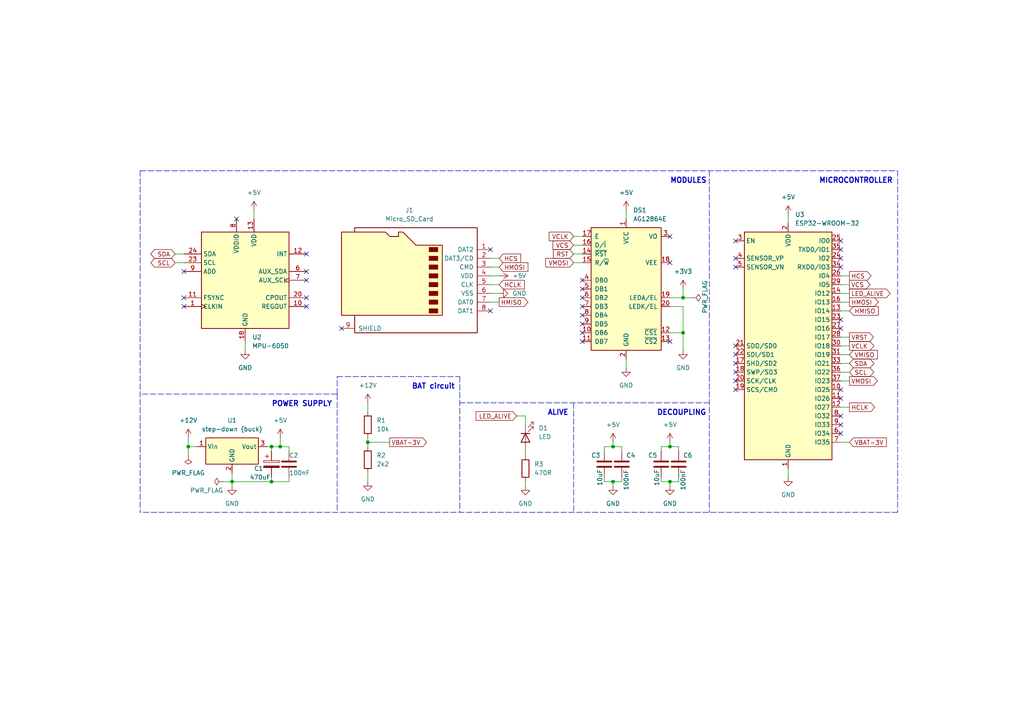
<source format=kicad_sch>
(kicad_sch (version 20211123) (generator eeschema)

  (uuid 7ca0035c-f897-4230-85f4-b6abe27e9a2e)

  (paper "A4")

  (title_block
    (title "ECU1")
    (date "2022-11-01")
    (rev "v2.0.6")
    (company "Parahybaja")
    (comment 1 "demo version (only pinout)")
    (comment 2 "fix VSPI pin's lable")
  )

  (lib_symbols
    (symbol "Connector:Micro_SD_Card" (pin_names (offset 1.016)) (in_bom yes) (on_board yes)
      (property "Reference" "J" (id 0) (at -16.51 15.24 0)
        (effects (font (size 1.27 1.27)))
      )
      (property "Value" "Micro_SD_Card" (id 1) (at 16.51 15.24 0)
        (effects (font (size 1.27 1.27)) (justify right))
      )
      (property "Footprint" "" (id 2) (at 29.21 7.62 0)
        (effects (font (size 1.27 1.27)) hide)
      )
      (property "Datasheet" "http://katalog.we-online.de/em/datasheet/693072010801.pdf" (id 3) (at 0 0 0)
        (effects (font (size 1.27 1.27)) hide)
      )
      (property "ki_keywords" "connector SD microsd" (id 4) (at 0 0 0)
        (effects (font (size 1.27 1.27)) hide)
      )
      (property "ki_description" "Micro SD Card Socket" (id 5) (at 0 0 0)
        (effects (font (size 1.27 1.27)) hide)
      )
      (property "ki_fp_filters" "microSD*" (id 6) (at 0 0 0)
        (effects (font (size 1.27 1.27)) hide)
      )
      (symbol "Micro_SD_Card_0_1"
        (rectangle (start -7.62 -9.525) (end -5.08 -10.795)
          (stroke (width 0) (type default) (color 0 0 0 0))
          (fill (type outline))
        )
        (rectangle (start -7.62 -6.985) (end -5.08 -8.255)
          (stroke (width 0) (type default) (color 0 0 0 0))
          (fill (type outline))
        )
        (rectangle (start -7.62 -4.445) (end -5.08 -5.715)
          (stroke (width 0) (type default) (color 0 0 0 0))
          (fill (type outline))
        )
        (rectangle (start -7.62 -1.905) (end -5.08 -3.175)
          (stroke (width 0) (type default) (color 0 0 0 0))
          (fill (type outline))
        )
        (rectangle (start -7.62 0.635) (end -5.08 -0.635)
          (stroke (width 0) (type default) (color 0 0 0 0))
          (fill (type outline))
        )
        (rectangle (start -7.62 3.175) (end -5.08 1.905)
          (stroke (width 0) (type default) (color 0 0 0 0))
          (fill (type outline))
        )
        (rectangle (start -7.62 5.715) (end -5.08 4.445)
          (stroke (width 0) (type default) (color 0 0 0 0))
          (fill (type outline))
        )
        (rectangle (start -7.62 8.255) (end -5.08 6.985)
          (stroke (width 0) (type default) (color 0 0 0 0))
          (fill (type outline))
        )
        (polyline
          (pts
            (xy 16.51 12.7)
            (xy 16.51 13.97)
            (xy -19.05 13.97)
            (xy -19.05 -16.51)
            (xy 16.51 -16.51)
            (xy 16.51 -11.43)
          )
          (stroke (width 0.254) (type default) (color 0 0 0 0))
          (fill (type none))
        )
        (polyline
          (pts
            (xy -8.89 -11.43)
            (xy -8.89 8.89)
            (xy -1.27 8.89)
            (xy 2.54 12.7)
            (xy 3.81 12.7)
            (xy 3.81 11.43)
            (xy 6.35 11.43)
            (xy 7.62 12.7)
            (xy 20.32 12.7)
            (xy 20.32 -11.43)
            (xy -8.89 -11.43)
          )
          (stroke (width 0.254) (type default) (color 0 0 0 0))
          (fill (type background))
        )
      )
      (symbol "Micro_SD_Card_1_1"
        (pin bidirectional line (at -22.86 7.62 0) (length 3.81)
          (name "DAT2" (effects (font (size 1.27 1.27))))
          (number "1" (effects (font (size 1.27 1.27))))
        )
        (pin bidirectional line (at -22.86 5.08 0) (length 3.81)
          (name "DAT3/CD" (effects (font (size 1.27 1.27))))
          (number "2" (effects (font (size 1.27 1.27))))
        )
        (pin input line (at -22.86 2.54 0) (length 3.81)
          (name "CMD" (effects (font (size 1.27 1.27))))
          (number "3" (effects (font (size 1.27 1.27))))
        )
        (pin power_in line (at -22.86 0 0) (length 3.81)
          (name "VDD" (effects (font (size 1.27 1.27))))
          (number "4" (effects (font (size 1.27 1.27))))
        )
        (pin input line (at -22.86 -2.54 0) (length 3.81)
          (name "CLK" (effects (font (size 1.27 1.27))))
          (number "5" (effects (font (size 1.27 1.27))))
        )
        (pin power_in line (at -22.86 -5.08 0) (length 3.81)
          (name "VSS" (effects (font (size 1.27 1.27))))
          (number "6" (effects (font (size 1.27 1.27))))
        )
        (pin bidirectional line (at -22.86 -7.62 0) (length 3.81)
          (name "DAT0" (effects (font (size 1.27 1.27))))
          (number "7" (effects (font (size 1.27 1.27))))
        )
        (pin bidirectional line (at -22.86 -10.16 0) (length 3.81)
          (name "DAT1" (effects (font (size 1.27 1.27))))
          (number "8" (effects (font (size 1.27 1.27))))
        )
        (pin passive line (at 20.32 -15.24 180) (length 3.81)
          (name "SHIELD" (effects (font (size 1.27 1.27))))
          (number "9" (effects (font (size 1.27 1.27))))
        )
      )
    )
    (symbol "Device:C" (pin_numbers hide) (pin_names (offset 0.254)) (in_bom yes) (on_board yes)
      (property "Reference" "C" (id 0) (at 0.635 2.54 0)
        (effects (font (size 1.27 1.27)) (justify left))
      )
      (property "Value" "C" (id 1) (at 0.635 -2.54 0)
        (effects (font (size 1.27 1.27)) (justify left))
      )
      (property "Footprint" "" (id 2) (at 0.9652 -3.81 0)
        (effects (font (size 1.27 1.27)) hide)
      )
      (property "Datasheet" "~" (id 3) (at 0 0 0)
        (effects (font (size 1.27 1.27)) hide)
      )
      (property "ki_keywords" "cap capacitor" (id 4) (at 0 0 0)
        (effects (font (size 1.27 1.27)) hide)
      )
      (property "ki_description" "Unpolarized capacitor" (id 5) (at 0 0 0)
        (effects (font (size 1.27 1.27)) hide)
      )
      (property "ki_fp_filters" "C_*" (id 6) (at 0 0 0)
        (effects (font (size 1.27 1.27)) hide)
      )
      (symbol "C_0_1"
        (polyline
          (pts
            (xy -2.032 -0.762)
            (xy 2.032 -0.762)
          )
          (stroke (width 0.508) (type default) (color 0 0 0 0))
          (fill (type none))
        )
        (polyline
          (pts
            (xy -2.032 0.762)
            (xy 2.032 0.762)
          )
          (stroke (width 0.508) (type default) (color 0 0 0 0))
          (fill (type none))
        )
      )
      (symbol "C_1_1"
        (pin passive line (at 0 3.81 270) (length 2.794)
          (name "~" (effects (font (size 1.27 1.27))))
          (number "1" (effects (font (size 1.27 1.27))))
        )
        (pin passive line (at 0 -3.81 90) (length 2.794)
          (name "~" (effects (font (size 1.27 1.27))))
          (number "2" (effects (font (size 1.27 1.27))))
        )
      )
    )
    (symbol "Device:C_Polarized" (pin_numbers hide) (pin_names (offset 0.254)) (in_bom yes) (on_board yes)
      (property "Reference" "C" (id 0) (at 0.635 2.54 0)
        (effects (font (size 1.27 1.27)) (justify left))
      )
      (property "Value" "C_Polarized" (id 1) (at 0.635 -2.54 0)
        (effects (font (size 1.27 1.27)) (justify left))
      )
      (property "Footprint" "" (id 2) (at 0.9652 -3.81 0)
        (effects (font (size 1.27 1.27)) hide)
      )
      (property "Datasheet" "~" (id 3) (at 0 0 0)
        (effects (font (size 1.27 1.27)) hide)
      )
      (property "ki_keywords" "cap capacitor" (id 4) (at 0 0 0)
        (effects (font (size 1.27 1.27)) hide)
      )
      (property "ki_description" "Polarized capacitor" (id 5) (at 0 0 0)
        (effects (font (size 1.27 1.27)) hide)
      )
      (property "ki_fp_filters" "CP_*" (id 6) (at 0 0 0)
        (effects (font (size 1.27 1.27)) hide)
      )
      (symbol "C_Polarized_0_1"
        (rectangle (start -2.286 0.508) (end 2.286 1.016)
          (stroke (width 0) (type default) (color 0 0 0 0))
          (fill (type none))
        )
        (polyline
          (pts
            (xy -1.778 2.286)
            (xy -0.762 2.286)
          )
          (stroke (width 0) (type default) (color 0 0 0 0))
          (fill (type none))
        )
        (polyline
          (pts
            (xy -1.27 2.794)
            (xy -1.27 1.778)
          )
          (stroke (width 0) (type default) (color 0 0 0 0))
          (fill (type none))
        )
        (rectangle (start 2.286 -0.508) (end -2.286 -1.016)
          (stroke (width 0) (type default) (color 0 0 0 0))
          (fill (type outline))
        )
      )
      (symbol "C_Polarized_1_1"
        (pin passive line (at 0 3.81 270) (length 2.794)
          (name "~" (effects (font (size 1.27 1.27))))
          (number "1" (effects (font (size 1.27 1.27))))
        )
        (pin passive line (at 0 -3.81 90) (length 2.794)
          (name "~" (effects (font (size 1.27 1.27))))
          (number "2" (effects (font (size 1.27 1.27))))
        )
      )
    )
    (symbol "Device:LED" (pin_numbers hide) (pin_names (offset 1.016) hide) (in_bom yes) (on_board yes)
      (property "Reference" "D" (id 0) (at 0 2.54 0)
        (effects (font (size 1.27 1.27)))
      )
      (property "Value" "LED" (id 1) (at 0 -2.54 0)
        (effects (font (size 1.27 1.27)))
      )
      (property "Footprint" "" (id 2) (at 0 0 0)
        (effects (font (size 1.27 1.27)) hide)
      )
      (property "Datasheet" "~" (id 3) (at 0 0 0)
        (effects (font (size 1.27 1.27)) hide)
      )
      (property "ki_keywords" "LED diode" (id 4) (at 0 0 0)
        (effects (font (size 1.27 1.27)) hide)
      )
      (property "ki_description" "Light emitting diode" (id 5) (at 0 0 0)
        (effects (font (size 1.27 1.27)) hide)
      )
      (property "ki_fp_filters" "LED* LED_SMD:* LED_THT:*" (id 6) (at 0 0 0)
        (effects (font (size 1.27 1.27)) hide)
      )
      (symbol "LED_0_1"
        (polyline
          (pts
            (xy -1.27 -1.27)
            (xy -1.27 1.27)
          )
          (stroke (width 0.254) (type default) (color 0 0 0 0))
          (fill (type none))
        )
        (polyline
          (pts
            (xy -1.27 0)
            (xy 1.27 0)
          )
          (stroke (width 0) (type default) (color 0 0 0 0))
          (fill (type none))
        )
        (polyline
          (pts
            (xy 1.27 -1.27)
            (xy 1.27 1.27)
            (xy -1.27 0)
            (xy 1.27 -1.27)
          )
          (stroke (width 0.254) (type default) (color 0 0 0 0))
          (fill (type none))
        )
        (polyline
          (pts
            (xy -3.048 -0.762)
            (xy -4.572 -2.286)
            (xy -3.81 -2.286)
            (xy -4.572 -2.286)
            (xy -4.572 -1.524)
          )
          (stroke (width 0) (type default) (color 0 0 0 0))
          (fill (type none))
        )
        (polyline
          (pts
            (xy -1.778 -0.762)
            (xy -3.302 -2.286)
            (xy -2.54 -2.286)
            (xy -3.302 -2.286)
            (xy -3.302 -1.524)
          )
          (stroke (width 0) (type default) (color 0 0 0 0))
          (fill (type none))
        )
      )
      (symbol "LED_1_1"
        (pin passive line (at -3.81 0 0) (length 2.54)
          (name "K" (effects (font (size 1.27 1.27))))
          (number "1" (effects (font (size 1.27 1.27))))
        )
        (pin passive line (at 3.81 0 180) (length 2.54)
          (name "A" (effects (font (size 1.27 1.27))))
          (number "2" (effects (font (size 1.27 1.27))))
        )
      )
    )
    (symbol "Device:R" (pin_numbers hide) (pin_names (offset 0)) (in_bom yes) (on_board yes)
      (property "Reference" "R" (id 0) (at 2.032 0 90)
        (effects (font (size 1.27 1.27)))
      )
      (property "Value" "R" (id 1) (at 0 0 90)
        (effects (font (size 1.27 1.27)))
      )
      (property "Footprint" "" (id 2) (at -1.778 0 90)
        (effects (font (size 1.27 1.27)) hide)
      )
      (property "Datasheet" "~" (id 3) (at 0 0 0)
        (effects (font (size 1.27 1.27)) hide)
      )
      (property "ki_keywords" "R res resistor" (id 4) (at 0 0 0)
        (effects (font (size 1.27 1.27)) hide)
      )
      (property "ki_description" "Resistor" (id 5) (at 0 0 0)
        (effects (font (size 1.27 1.27)) hide)
      )
      (property "ki_fp_filters" "R_*" (id 6) (at 0 0 0)
        (effects (font (size 1.27 1.27)) hide)
      )
      (symbol "R_0_1"
        (rectangle (start -1.016 -2.54) (end 1.016 2.54)
          (stroke (width 0.254) (type default) (color 0 0 0 0))
          (fill (type none))
        )
      )
      (symbol "R_1_1"
        (pin passive line (at 0 3.81 270) (length 1.27)
          (name "~" (effects (font (size 1.27 1.27))))
          (number "1" (effects (font (size 1.27 1.27))))
        )
        (pin passive line (at 0 -3.81 90) (length 1.27)
          (name "~" (effects (font (size 1.27 1.27))))
          (number "2" (effects (font (size 1.27 1.27))))
        )
      )
    )
    (symbol "Display_Graphic:AG12864E" (pin_names (offset 1.016)) (in_bom yes) (on_board yes)
      (property "Reference" "DS" (id 0) (at -8.382 19.05 0)
        (effects (font (size 1.27 1.27)))
      )
      (property "Value" "AG12864E" (id 1) (at 5.588 19.05 0)
        (effects (font (size 1.27 1.27)))
      )
      (property "Footprint" "Display:AG12864E" (id 2) (at 0 -22.86 0)
        (effects (font (size 1.27 1.27) italic) hide)
      )
      (property "Datasheet" "https://www.digchip.com/datasheets/parts/datasheet/1121/AG-12864E-pdf.php" (id 3) (at 5.08 -5.08 0)
        (effects (font (size 1.27 1.27)) hide)
      )
      (property "ki_keywords" "display LCD graphic" (id 4) (at 0 0 0)
        (effects (font (size 1.27 1.27)) hide)
      )
      (property "ki_description" "Graphics Display 128x64px,  8b parallel, 1/64 Duty, 3.3V or 5V VDD" (id 5) (at 0 0 0)
        (effects (font (size 1.27 1.27)) hide)
      )
      (property "ki_fp_filters" "*AG12864E*" (id 6) (at 0 0 0)
        (effects (font (size 1.27 1.27)) hide)
      )
      (symbol "AG12864E_0_1"
        (rectangle (start -10.16 17.78) (end 10.16 -17.78)
          (stroke (width 0.254) (type default) (color 0 0 0 0))
          (fill (type background))
        )
      )
      (symbol "AG12864E_1_1"
        (pin power_in line (at 0 20.32 270) (length 2.54)
          (name "VCC" (effects (font (size 1.27 1.27))))
          (number "1" (effects (font (size 1.27 1.27))))
        )
        (pin bidirectional line (at -12.7 -12.7 0) (length 2.54)
          (name "DB6" (effects (font (size 1.27 1.27))))
          (number "10" (effects (font (size 1.27 1.27))))
        )
        (pin bidirectional line (at -12.7 -15.24 0) (length 2.54)
          (name "DB7" (effects (font (size 1.27 1.27))))
          (number "11" (effects (font (size 1.27 1.27))))
        )
        (pin input line (at 12.7 -12.7 180) (length 2.54)
          (name "~{CS1}" (effects (font (size 1.27 1.27))))
          (number "12" (effects (font (size 1.27 1.27))))
        )
        (pin input line (at 12.7 -15.24 180) (length 2.54)
          (name "~{CS2}" (effects (font (size 1.27 1.27))))
          (number "13" (effects (font (size 1.27 1.27))))
        )
        (pin input line (at -12.7 10.16 0) (length 2.54)
          (name "~{RST}" (effects (font (size 1.27 1.27))))
          (number "14" (effects (font (size 1.27 1.27))))
        )
        (pin input line (at -12.7 7.62 0) (length 2.54)
          (name "R/~{W}" (effects (font (size 1.27 1.27))))
          (number "15" (effects (font (size 1.27 1.27))))
        )
        (pin input line (at -12.7 12.7 0) (length 2.54)
          (name "D/~{I}" (effects (font (size 1.27 1.27))))
          (number "16" (effects (font (size 1.27 1.27))))
        )
        (pin input line (at -12.7 15.24 0) (length 2.54)
          (name "E" (effects (font (size 1.27 1.27))))
          (number "17" (effects (font (size 1.27 1.27))))
        )
        (pin passive line (at 12.7 7.62 180) (length 2.54)
          (name "VEE" (effects (font (size 1.27 1.27))))
          (number "18" (effects (font (size 1.27 1.27))))
        )
        (pin passive line (at 12.7 -2.54 180) (length 2.54)
          (name "LEDA/EL" (effects (font (size 1.27 1.27))))
          (number "19" (effects (font (size 1.27 1.27))))
        )
        (pin power_in line (at 0 -20.32 90) (length 2.54)
          (name "GND" (effects (font (size 1.27 1.27))))
          (number "2" (effects (font (size 1.27 1.27))))
        )
        (pin passive line (at 12.7 -5.08 180) (length 2.54)
          (name "LEDK/EL" (effects (font (size 1.27 1.27))))
          (number "20" (effects (font (size 1.27 1.27))))
        )
        (pin passive line (at 12.7 15.24 180) (length 2.54)
          (name "VO" (effects (font (size 1.27 1.27))))
          (number "3" (effects (font (size 1.27 1.27))))
        )
        (pin bidirectional line (at -12.7 2.54 0) (length 2.54)
          (name "DB0" (effects (font (size 1.27 1.27))))
          (number "4" (effects (font (size 1.27 1.27))))
        )
        (pin bidirectional line (at -12.7 0 0) (length 2.54)
          (name "DB1" (effects (font (size 1.27 1.27))))
          (number "5" (effects (font (size 1.27 1.27))))
        )
        (pin bidirectional line (at -12.7 -2.54 0) (length 2.54)
          (name "DB2" (effects (font (size 1.27 1.27))))
          (number "6" (effects (font (size 1.27 1.27))))
        )
        (pin bidirectional line (at -12.7 -5.08 0) (length 2.54)
          (name "DB3" (effects (font (size 1.27 1.27))))
          (number "7" (effects (font (size 1.27 1.27))))
        )
        (pin bidirectional line (at -12.7 -7.62 0) (length 2.54)
          (name "DB4" (effects (font (size 1.27 1.27))))
          (number "8" (effects (font (size 1.27 1.27))))
        )
        (pin bidirectional line (at -12.7 -10.16 0) (length 2.54)
          (name "DB5" (effects (font (size 1.27 1.27))))
          (number "9" (effects (font (size 1.27 1.27))))
        )
      )
    )
    (symbol "RF_Module:ESP32-WROOM-32" (in_bom yes) (on_board yes)
      (property "Reference" "U" (id 0) (at -12.7 34.29 0)
        (effects (font (size 1.27 1.27)) (justify left))
      )
      (property "Value" "ESP32-WROOM-32" (id 1) (at 1.27 34.29 0)
        (effects (font (size 1.27 1.27)) (justify left))
      )
      (property "Footprint" "RF_Module:ESP32-WROOM-32" (id 2) (at 0 -38.1 0)
        (effects (font (size 1.27 1.27)) hide)
      )
      (property "Datasheet" "https://www.espressif.com/sites/default/files/documentation/esp32-wroom-32_datasheet_en.pdf" (id 3) (at -7.62 1.27 0)
        (effects (font (size 1.27 1.27)) hide)
      )
      (property "ki_keywords" "RF Radio BT ESP ESP32 Espressif onboard PCB antenna" (id 4) (at 0 0 0)
        (effects (font (size 1.27 1.27)) hide)
      )
      (property "ki_description" "RF Module, ESP32-D0WDQ6 SoC, Wi-Fi 802.11b/g/n, Bluetooth, BLE, 32-bit, 2.7-3.6V, onboard antenna, SMD" (id 5) (at 0 0 0)
        (effects (font (size 1.27 1.27)) hide)
      )
      (property "ki_fp_filters" "ESP32?WROOM?32*" (id 6) (at 0 0 0)
        (effects (font (size 1.27 1.27)) hide)
      )
      (symbol "ESP32-WROOM-32_0_1"
        (rectangle (start -12.7 33.02) (end 12.7 -33.02)
          (stroke (width 0.254) (type default) (color 0 0 0 0))
          (fill (type background))
        )
      )
      (symbol "ESP32-WROOM-32_1_1"
        (pin power_in line (at 0 -35.56 90) (length 2.54)
          (name "GND" (effects (font (size 1.27 1.27))))
          (number "1" (effects (font (size 1.27 1.27))))
        )
        (pin bidirectional line (at 15.24 -12.7 180) (length 2.54)
          (name "IO25" (effects (font (size 1.27 1.27))))
          (number "10" (effects (font (size 1.27 1.27))))
        )
        (pin bidirectional line (at 15.24 -15.24 180) (length 2.54)
          (name "IO26" (effects (font (size 1.27 1.27))))
          (number "11" (effects (font (size 1.27 1.27))))
        )
        (pin bidirectional line (at 15.24 -17.78 180) (length 2.54)
          (name "IO27" (effects (font (size 1.27 1.27))))
          (number "12" (effects (font (size 1.27 1.27))))
        )
        (pin bidirectional line (at 15.24 10.16 180) (length 2.54)
          (name "IO14" (effects (font (size 1.27 1.27))))
          (number "13" (effects (font (size 1.27 1.27))))
        )
        (pin bidirectional line (at 15.24 15.24 180) (length 2.54)
          (name "IO12" (effects (font (size 1.27 1.27))))
          (number "14" (effects (font (size 1.27 1.27))))
        )
        (pin passive line (at 0 -35.56 90) (length 2.54) hide
          (name "GND" (effects (font (size 1.27 1.27))))
          (number "15" (effects (font (size 1.27 1.27))))
        )
        (pin bidirectional line (at 15.24 12.7 180) (length 2.54)
          (name "IO13" (effects (font (size 1.27 1.27))))
          (number "16" (effects (font (size 1.27 1.27))))
        )
        (pin bidirectional line (at -15.24 -5.08 0) (length 2.54)
          (name "SHD/SD2" (effects (font (size 1.27 1.27))))
          (number "17" (effects (font (size 1.27 1.27))))
        )
        (pin bidirectional line (at -15.24 -7.62 0) (length 2.54)
          (name "SWP/SD3" (effects (font (size 1.27 1.27))))
          (number "18" (effects (font (size 1.27 1.27))))
        )
        (pin bidirectional line (at -15.24 -12.7 0) (length 2.54)
          (name "SCS/CMD" (effects (font (size 1.27 1.27))))
          (number "19" (effects (font (size 1.27 1.27))))
        )
        (pin power_in line (at 0 35.56 270) (length 2.54)
          (name "VDD" (effects (font (size 1.27 1.27))))
          (number "2" (effects (font (size 1.27 1.27))))
        )
        (pin bidirectional line (at -15.24 -10.16 0) (length 2.54)
          (name "SCK/CLK" (effects (font (size 1.27 1.27))))
          (number "20" (effects (font (size 1.27 1.27))))
        )
        (pin bidirectional line (at -15.24 0 0) (length 2.54)
          (name "SDO/SD0" (effects (font (size 1.27 1.27))))
          (number "21" (effects (font (size 1.27 1.27))))
        )
        (pin bidirectional line (at -15.24 -2.54 0) (length 2.54)
          (name "SDI/SD1" (effects (font (size 1.27 1.27))))
          (number "22" (effects (font (size 1.27 1.27))))
        )
        (pin bidirectional line (at 15.24 7.62 180) (length 2.54)
          (name "IO15" (effects (font (size 1.27 1.27))))
          (number "23" (effects (font (size 1.27 1.27))))
        )
        (pin bidirectional line (at 15.24 25.4 180) (length 2.54)
          (name "IO2" (effects (font (size 1.27 1.27))))
          (number "24" (effects (font (size 1.27 1.27))))
        )
        (pin bidirectional line (at 15.24 30.48 180) (length 2.54)
          (name "IO0" (effects (font (size 1.27 1.27))))
          (number "25" (effects (font (size 1.27 1.27))))
        )
        (pin bidirectional line (at 15.24 20.32 180) (length 2.54)
          (name "IO4" (effects (font (size 1.27 1.27))))
          (number "26" (effects (font (size 1.27 1.27))))
        )
        (pin bidirectional line (at 15.24 5.08 180) (length 2.54)
          (name "IO16" (effects (font (size 1.27 1.27))))
          (number "27" (effects (font (size 1.27 1.27))))
        )
        (pin bidirectional line (at 15.24 2.54 180) (length 2.54)
          (name "IO17" (effects (font (size 1.27 1.27))))
          (number "28" (effects (font (size 1.27 1.27))))
        )
        (pin bidirectional line (at 15.24 17.78 180) (length 2.54)
          (name "IO5" (effects (font (size 1.27 1.27))))
          (number "29" (effects (font (size 1.27 1.27))))
        )
        (pin input line (at -15.24 30.48 0) (length 2.54)
          (name "EN" (effects (font (size 1.27 1.27))))
          (number "3" (effects (font (size 1.27 1.27))))
        )
        (pin bidirectional line (at 15.24 0 180) (length 2.54)
          (name "IO18" (effects (font (size 1.27 1.27))))
          (number "30" (effects (font (size 1.27 1.27))))
        )
        (pin bidirectional line (at 15.24 -2.54 180) (length 2.54)
          (name "IO19" (effects (font (size 1.27 1.27))))
          (number "31" (effects (font (size 1.27 1.27))))
        )
        (pin no_connect line (at -12.7 -27.94 0) (length 2.54) hide
          (name "NC" (effects (font (size 1.27 1.27))))
          (number "32" (effects (font (size 1.27 1.27))))
        )
        (pin bidirectional line (at 15.24 -5.08 180) (length 2.54)
          (name "IO21" (effects (font (size 1.27 1.27))))
          (number "33" (effects (font (size 1.27 1.27))))
        )
        (pin bidirectional line (at 15.24 22.86 180) (length 2.54)
          (name "RXD0/IO3" (effects (font (size 1.27 1.27))))
          (number "34" (effects (font (size 1.27 1.27))))
        )
        (pin bidirectional line (at 15.24 27.94 180) (length 2.54)
          (name "TXD0/IO1" (effects (font (size 1.27 1.27))))
          (number "35" (effects (font (size 1.27 1.27))))
        )
        (pin bidirectional line (at 15.24 -7.62 180) (length 2.54)
          (name "IO22" (effects (font (size 1.27 1.27))))
          (number "36" (effects (font (size 1.27 1.27))))
        )
        (pin bidirectional line (at 15.24 -10.16 180) (length 2.54)
          (name "IO23" (effects (font (size 1.27 1.27))))
          (number "37" (effects (font (size 1.27 1.27))))
        )
        (pin passive line (at 0 -35.56 90) (length 2.54) hide
          (name "GND" (effects (font (size 1.27 1.27))))
          (number "38" (effects (font (size 1.27 1.27))))
        )
        (pin passive line (at 0 -35.56 90) (length 2.54) hide
          (name "GND" (effects (font (size 1.27 1.27))))
          (number "39" (effects (font (size 1.27 1.27))))
        )
        (pin input line (at -15.24 25.4 0) (length 2.54)
          (name "SENSOR_VP" (effects (font (size 1.27 1.27))))
          (number "4" (effects (font (size 1.27 1.27))))
        )
        (pin input line (at -15.24 22.86 0) (length 2.54)
          (name "SENSOR_VN" (effects (font (size 1.27 1.27))))
          (number "5" (effects (font (size 1.27 1.27))))
        )
        (pin input line (at 15.24 -25.4 180) (length 2.54)
          (name "IO34" (effects (font (size 1.27 1.27))))
          (number "6" (effects (font (size 1.27 1.27))))
        )
        (pin input line (at 15.24 -27.94 180) (length 2.54)
          (name "IO35" (effects (font (size 1.27 1.27))))
          (number "7" (effects (font (size 1.27 1.27))))
        )
        (pin bidirectional line (at 15.24 -20.32 180) (length 2.54)
          (name "IO32" (effects (font (size 1.27 1.27))))
          (number "8" (effects (font (size 1.27 1.27))))
        )
        (pin bidirectional line (at 15.24 -22.86 180) (length 2.54)
          (name "IO33" (effects (font (size 1.27 1.27))))
          (number "9" (effects (font (size 1.27 1.27))))
        )
      )
    )
    (symbol "Regulator_Switching:TSR_1-2412" (in_bom yes) (on_board yes)
      (property "Reference" "U" (id 0) (at -7.62 6.35 0)
        (effects (font (size 1.27 1.27)) (justify left))
      )
      (property "Value" "TSR_1-2412" (id 1) (at -1.27 6.35 0)
        (effects (font (size 1.27 1.27)) (justify left))
      )
      (property "Footprint" "Converter_DCDC:Converter_DCDC_TRACO_TSR-1_THT" (id 2) (at 0 -3.81 0)
        (effects (font (size 1.27 1.27) italic) (justify left) hide)
      )
      (property "Datasheet" "http://www.tracopower.com/products/tsr1.pdf" (id 3) (at 0 0 0)
        (effects (font (size 1.27 1.27)) hide)
      )
      (property "ki_keywords" "dc-dc traco buck" (id 4) (at 0 0 0)
        (effects (font (size 1.27 1.27)) hide)
      )
      (property "ki_description" "1A step-down regulator module, fixed 1.2V output voltage, 6-36V input voltage, -40°C to +85°C temperature range, TO-220 compatible LM78xx replacement" (id 5) (at 0 0 0)
        (effects (font (size 1.27 1.27)) hide)
      )
      (property "ki_fp_filters" "Converter*DCDC*TRACO*TSR?1*" (id 6) (at 0 0 0)
        (effects (font (size 1.27 1.27)) hide)
      )
      (symbol "TSR_1-2412_0_1"
        (rectangle (start -7.62 5.08) (end 7.62 -2.54)
          (stroke (width 0.254) (type default) (color 0 0 0 0))
          (fill (type background))
        )
      )
      (symbol "TSR_1-2412_1_1"
        (pin power_in line (at -10.16 2.54 0) (length 2.54)
          (name "Vin" (effects (font (size 1.27 1.27))))
          (number "1" (effects (font (size 1.27 1.27))))
        )
        (pin power_in line (at 0 -5.08 90) (length 2.54)
          (name "GND" (effects (font (size 1.27 1.27))))
          (number "2" (effects (font (size 1.27 1.27))))
        )
        (pin power_out line (at 10.16 2.54 180) (length 2.54)
          (name "Vout" (effects (font (size 1.27 1.27))))
          (number "3" (effects (font (size 1.27 1.27))))
        )
      )
    )
    (symbol "Sensor_Motion:MPU-6050" (in_bom yes) (on_board yes)
      (property "Reference" "U" (id 0) (at -11.43 13.97 0)
        (effects (font (size 1.27 1.27)))
      )
      (property "Value" "MPU-6050" (id 1) (at 7.62 -15.24 0)
        (effects (font (size 1.27 1.27)))
      )
      (property "Footprint" "Sensor_Motion:InvenSense_QFN-24_4x4mm_P0.5mm" (id 2) (at 0 -20.32 0)
        (effects (font (size 1.27 1.27)) hide)
      )
      (property "Datasheet" "https://store.invensense.com/datasheets/invensense/MPU-6050_DataSheet_V3%204.pdf" (id 3) (at 0 -3.81 0)
        (effects (font (size 1.27 1.27)) hide)
      )
      (property "ki_keywords" "mems" (id 4) (at 0 0 0)
        (effects (font (size 1.27 1.27)) hide)
      )
      (property "ki_description" "InvenSense 6-Axis Motion Sensor, Gyroscope, Accelerometer, I2C" (id 5) (at 0 0 0)
        (effects (font (size 1.27 1.27)) hide)
      )
      (property "ki_fp_filters" "*QFN*4x4mm*P0.5mm*" (id 6) (at 0 0 0)
        (effects (font (size 1.27 1.27)) hide)
      )
      (symbol "MPU-6050_0_0"
        (text "" (at 12.7 -2.54 0)
          (effects (font (size 1.27 1.27)))
        )
      )
      (symbol "MPU-6050_0_1"
        (rectangle (start -12.7 13.97) (end 12.7 -13.97)
          (stroke (width 0.254) (type default) (color 0 0 0 0))
          (fill (type background))
        )
      )
      (symbol "MPU-6050_1_1"
        (pin input clock (at -17.78 -7.62 0) (length 5.08)
          (name "CLKIN" (effects (font (size 1.27 1.27))))
          (number "1" (effects (font (size 1.27 1.27))))
        )
        (pin passive line (at 17.78 -7.62 180) (length 5.08)
          (name "REGOUT" (effects (font (size 1.27 1.27))))
          (number "10" (effects (font (size 1.27 1.27))))
        )
        (pin input line (at -17.78 -5.08 0) (length 5.08)
          (name "FSYNC" (effects (font (size 1.27 1.27))))
          (number "11" (effects (font (size 1.27 1.27))))
        )
        (pin output line (at 17.78 7.62 180) (length 5.08)
          (name "INT" (effects (font (size 1.27 1.27))))
          (number "12" (effects (font (size 1.27 1.27))))
        )
        (pin power_in line (at 2.54 17.78 270) (length 3.81)
          (name "VDD" (effects (font (size 1.27 1.27))))
          (number "13" (effects (font (size 1.27 1.27))))
        )
        (pin no_connect line (at -12.7 -10.16 0) (length 2.54) hide
          (name "NC" (effects (font (size 1.27 1.27))))
          (number "14" (effects (font (size 1.27 1.27))))
        )
        (pin no_connect line (at 12.7 12.7 180) (length 2.54) hide
          (name "NC" (effects (font (size 1.27 1.27))))
          (number "15" (effects (font (size 1.27 1.27))))
        )
        (pin no_connect line (at 12.7 10.16 180) (length 2.54) hide
          (name "NC" (effects (font (size 1.27 1.27))))
          (number "16" (effects (font (size 1.27 1.27))))
        )
        (pin no_connect line (at 12.7 5.08 180) (length 2.54) hide
          (name "NC" (effects (font (size 1.27 1.27))))
          (number "17" (effects (font (size 1.27 1.27))))
        )
        (pin power_in line (at 0 -17.78 90) (length 3.81)
          (name "GND" (effects (font (size 1.27 1.27))))
          (number "18" (effects (font (size 1.27 1.27))))
        )
        (pin no_connect line (at 12.7 -10.16 180) (length 2.54) hide
          (name "NC" (effects (font (size 1.27 1.27))))
          (number "19" (effects (font (size 1.27 1.27))))
        )
        (pin no_connect line (at -12.7 12.7 0) (length 2.54) hide
          (name "NC" (effects (font (size 1.27 1.27))))
          (number "2" (effects (font (size 1.27 1.27))))
        )
        (pin passive line (at 17.78 -5.08 180) (length 5.08)
          (name "CPOUT" (effects (font (size 1.27 1.27))))
          (number "20" (effects (font (size 1.27 1.27))))
        )
        (pin no_connect line (at 12.7 -2.54 180) (length 2.54) hide
          (name "NC" (effects (font (size 1.27 1.27))))
          (number "21" (effects (font (size 1.27 1.27))))
        )
        (pin no_connect line (at 12.7 -12.7 180) (length 2.54) hide
          (name "NC" (effects (font (size 1.27 1.27))))
          (number "22" (effects (font (size 1.27 1.27))))
        )
        (pin input line (at -17.78 5.08 0) (length 5.08)
          (name "SCL" (effects (font (size 1.27 1.27))))
          (number "23" (effects (font (size 1.27 1.27))))
        )
        (pin bidirectional line (at -17.78 7.62 0) (length 5.08)
          (name "SDA" (effects (font (size 1.27 1.27))))
          (number "24" (effects (font (size 1.27 1.27))))
        )
        (pin no_connect line (at -12.7 10.16 0) (length 2.54) hide
          (name "NC" (effects (font (size 1.27 1.27))))
          (number "3" (effects (font (size 1.27 1.27))))
        )
        (pin no_connect line (at -12.7 0 0) (length 2.54) hide
          (name "NC" (effects (font (size 1.27 1.27))))
          (number "4" (effects (font (size 1.27 1.27))))
        )
        (pin no_connect line (at -12.7 -2.54 0) (length 2.54) hide
          (name "NC" (effects (font (size 1.27 1.27))))
          (number "5" (effects (font (size 1.27 1.27))))
        )
        (pin bidirectional line (at 17.78 2.54 180) (length 5.08)
          (name "AUX_SDA" (effects (font (size 1.27 1.27))))
          (number "6" (effects (font (size 1.27 1.27))))
        )
        (pin output clock (at 17.78 0 180) (length 5.08)
          (name "AUX_SCL" (effects (font (size 1.27 1.27))))
          (number "7" (effects (font (size 1.27 1.27))))
        )
        (pin power_in line (at -2.54 17.78 270) (length 3.81)
          (name "VDDIO" (effects (font (size 1.27 1.27))))
          (number "8" (effects (font (size 1.27 1.27))))
        )
        (pin input line (at -17.78 2.54 0) (length 5.08)
          (name "AD0" (effects (font (size 1.27 1.27))))
          (number "9" (effects (font (size 1.27 1.27))))
        )
      )
    )
    (symbol "power:+12V" (power) (pin_names (offset 0)) (in_bom yes) (on_board yes)
      (property "Reference" "#PWR" (id 0) (at 0 -3.81 0)
        (effects (font (size 1.27 1.27)) hide)
      )
      (property "Value" "+12V" (id 1) (at 0 3.556 0)
        (effects (font (size 1.27 1.27)))
      )
      (property "Footprint" "" (id 2) (at 0 0 0)
        (effects (font (size 1.27 1.27)) hide)
      )
      (property "Datasheet" "" (id 3) (at 0 0 0)
        (effects (font (size 1.27 1.27)) hide)
      )
      (property "ki_keywords" "power-flag" (id 4) (at 0 0 0)
        (effects (font (size 1.27 1.27)) hide)
      )
      (property "ki_description" "Power symbol creates a global label with name \"+12V\"" (id 5) (at 0 0 0)
        (effects (font (size 1.27 1.27)) hide)
      )
      (symbol "+12V_0_1"
        (polyline
          (pts
            (xy -0.762 1.27)
            (xy 0 2.54)
          )
          (stroke (width 0) (type default) (color 0 0 0 0))
          (fill (type none))
        )
        (polyline
          (pts
            (xy 0 0)
            (xy 0 2.54)
          )
          (stroke (width 0) (type default) (color 0 0 0 0))
          (fill (type none))
        )
        (polyline
          (pts
            (xy 0 2.54)
            (xy 0.762 1.27)
          )
          (stroke (width 0) (type default) (color 0 0 0 0))
          (fill (type none))
        )
      )
      (symbol "+12V_1_1"
        (pin power_in line (at 0 0 90) (length 0) hide
          (name "+12V" (effects (font (size 1.27 1.27))))
          (number "1" (effects (font (size 1.27 1.27))))
        )
      )
    )
    (symbol "power:+3V3" (power) (pin_names (offset 0)) (in_bom yes) (on_board yes)
      (property "Reference" "#PWR" (id 0) (at 0 -3.81 0)
        (effects (font (size 1.27 1.27)) hide)
      )
      (property "Value" "+3V3" (id 1) (at 0 3.556 0)
        (effects (font (size 1.27 1.27)))
      )
      (property "Footprint" "" (id 2) (at 0 0 0)
        (effects (font (size 1.27 1.27)) hide)
      )
      (property "Datasheet" "" (id 3) (at 0 0 0)
        (effects (font (size 1.27 1.27)) hide)
      )
      (property "ki_keywords" "power-flag" (id 4) (at 0 0 0)
        (effects (font (size 1.27 1.27)) hide)
      )
      (property "ki_description" "Power symbol creates a global label with name \"+3V3\"" (id 5) (at 0 0 0)
        (effects (font (size 1.27 1.27)) hide)
      )
      (symbol "+3V3_0_1"
        (polyline
          (pts
            (xy -0.762 1.27)
            (xy 0 2.54)
          )
          (stroke (width 0) (type default) (color 0 0 0 0))
          (fill (type none))
        )
        (polyline
          (pts
            (xy 0 0)
            (xy 0 2.54)
          )
          (stroke (width 0) (type default) (color 0 0 0 0))
          (fill (type none))
        )
        (polyline
          (pts
            (xy 0 2.54)
            (xy 0.762 1.27)
          )
          (stroke (width 0) (type default) (color 0 0 0 0))
          (fill (type none))
        )
      )
      (symbol "+3V3_1_1"
        (pin power_in line (at 0 0 90) (length 0) hide
          (name "+3V3" (effects (font (size 1.27 1.27))))
          (number "1" (effects (font (size 1.27 1.27))))
        )
      )
    )
    (symbol "power:+5V" (power) (pin_names (offset 0)) (in_bom yes) (on_board yes)
      (property "Reference" "#PWR" (id 0) (at 0 -3.81 0)
        (effects (font (size 1.27 1.27)) hide)
      )
      (property "Value" "+5V" (id 1) (at 0 3.556 0)
        (effects (font (size 1.27 1.27)))
      )
      (property "Footprint" "" (id 2) (at 0 0 0)
        (effects (font (size 1.27 1.27)) hide)
      )
      (property "Datasheet" "" (id 3) (at 0 0 0)
        (effects (font (size 1.27 1.27)) hide)
      )
      (property "ki_keywords" "power-flag" (id 4) (at 0 0 0)
        (effects (font (size 1.27 1.27)) hide)
      )
      (property "ki_description" "Power symbol creates a global label with name \"+5V\"" (id 5) (at 0 0 0)
        (effects (font (size 1.27 1.27)) hide)
      )
      (symbol "+5V_0_1"
        (polyline
          (pts
            (xy -0.762 1.27)
            (xy 0 2.54)
          )
          (stroke (width 0) (type default) (color 0 0 0 0))
          (fill (type none))
        )
        (polyline
          (pts
            (xy 0 0)
            (xy 0 2.54)
          )
          (stroke (width 0) (type default) (color 0 0 0 0))
          (fill (type none))
        )
        (polyline
          (pts
            (xy 0 2.54)
            (xy 0.762 1.27)
          )
          (stroke (width 0) (type default) (color 0 0 0 0))
          (fill (type none))
        )
      )
      (symbol "+5V_1_1"
        (pin power_in line (at 0 0 90) (length 0) hide
          (name "+5V" (effects (font (size 1.27 1.27))))
          (number "1" (effects (font (size 1.27 1.27))))
        )
      )
    )
    (symbol "power:GND" (power) (pin_names (offset 0)) (in_bom yes) (on_board yes)
      (property "Reference" "#PWR" (id 0) (at 0 -6.35 0)
        (effects (font (size 1.27 1.27)) hide)
      )
      (property "Value" "GND" (id 1) (at 0 -3.81 0)
        (effects (font (size 1.27 1.27)))
      )
      (property "Footprint" "" (id 2) (at 0 0 0)
        (effects (font (size 1.27 1.27)) hide)
      )
      (property "Datasheet" "" (id 3) (at 0 0 0)
        (effects (font (size 1.27 1.27)) hide)
      )
      (property "ki_keywords" "power-flag" (id 4) (at 0 0 0)
        (effects (font (size 1.27 1.27)) hide)
      )
      (property "ki_description" "Power symbol creates a global label with name \"GND\" , ground" (id 5) (at 0 0 0)
        (effects (font (size 1.27 1.27)) hide)
      )
      (symbol "GND_0_1"
        (polyline
          (pts
            (xy 0 0)
            (xy 0 -1.27)
            (xy 1.27 -1.27)
            (xy 0 -2.54)
            (xy -1.27 -1.27)
            (xy 0 -1.27)
          )
          (stroke (width 0) (type default) (color 0 0 0 0))
          (fill (type none))
        )
      )
      (symbol "GND_1_1"
        (pin power_in line (at 0 0 270) (length 0) hide
          (name "GND" (effects (font (size 1.27 1.27))))
          (number "1" (effects (font (size 1.27 1.27))))
        )
      )
    )
    (symbol "power:PWR_FLAG" (power) (pin_numbers hide) (pin_names (offset 0) hide) (in_bom yes) (on_board yes)
      (property "Reference" "#FLG" (id 0) (at 0 1.905 0)
        (effects (font (size 1.27 1.27)) hide)
      )
      (property "Value" "PWR_FLAG" (id 1) (at 0 3.81 0)
        (effects (font (size 1.27 1.27)))
      )
      (property "Footprint" "" (id 2) (at 0 0 0)
        (effects (font (size 1.27 1.27)) hide)
      )
      (property "Datasheet" "~" (id 3) (at 0 0 0)
        (effects (font (size 1.27 1.27)) hide)
      )
      (property "ki_keywords" "power-flag" (id 4) (at 0 0 0)
        (effects (font (size 1.27 1.27)) hide)
      )
      (property "ki_description" "Special symbol for telling ERC where power comes from" (id 5) (at 0 0 0)
        (effects (font (size 1.27 1.27)) hide)
      )
      (symbol "PWR_FLAG_0_0"
        (pin power_out line (at 0 0 90) (length 0)
          (name "pwr" (effects (font (size 1.27 1.27))))
          (number "1" (effects (font (size 1.27 1.27))))
        )
      )
      (symbol "PWR_FLAG_0_1"
        (polyline
          (pts
            (xy 0 0)
            (xy 0 1.27)
            (xy -1.016 1.905)
            (xy 0 2.54)
            (xy 1.016 1.905)
            (xy 0 1.27)
          )
          (stroke (width 0) (type default) (color 0 0 0 0))
          (fill (type none))
        )
      )
    )
  )

  (junction (at 177.8 139.7) (diameter 0) (color 0 0 0 0)
    (uuid 1adfc353-2464-41a4-917c-6f449530d174)
  )
  (junction (at 54.61 129.54) (diameter 0) (color 0 0 0 0)
    (uuid 1b5dac88-0447-444e-ae48-868fb8804187)
  )
  (junction (at 81.28 129.54) (diameter 0) (color 0 0 0 0)
    (uuid 44f87cfe-d232-4a04-9ac5-358fbbacec14)
  )
  (junction (at 194.31 129.54) (diameter 0) (color 0 0 0 0)
    (uuid 4cbedcc8-90c9-4944-9ba0-60a78e3bc27a)
  )
  (junction (at 177.8 129.54) (diameter 0) (color 0 0 0 0)
    (uuid 61c187d0-5423-44ca-aece-d1e721349cf2)
  )
  (junction (at 106.68 128.27) (diameter 0) (color 0 0 0 0)
    (uuid 6e23003f-c9c0-4041-a129-37f1a07dde64)
  )
  (junction (at 194.31 139.7) (diameter 0) (color 0 0 0 0)
    (uuid 9889ff3b-7b27-443d-9d1f-aaed1f6d6d9c)
  )
  (junction (at 67.31 139.7) (diameter 0) (color 0 0 0 0)
    (uuid 9df2c6a9-944d-457a-b597-540dba1d73f2)
  )
  (junction (at 78.74 129.54) (diameter 0) (color 0 0 0 0)
    (uuid a97ebe9f-7a5e-4830-ad6a-5ee6421f6fe1)
  )
  (junction (at 78.74 139.7) (diameter 0) (color 0 0 0 0)
    (uuid bd9a8937-6123-42d3-b704-c34c2ef731c4)
  )
  (junction (at 198.12 96.52) (diameter 0) (color 0 0 0 0)
    (uuid d01d3614-3b0e-497c-a764-ae4034a690cb)
  )
  (junction (at 198.12 86.36) (diameter 0) (color 0 0 0 0)
    (uuid ff79fd8a-7dc4-4fc4-8eed-e80e6d54b81a)
  )

  (no_connect (at 194.31 99.06) (uuid 0977fa45-8092-404a-9a21-4d855faeef86))
  (no_connect (at 168.91 81.28) (uuid 0977fa45-8092-404a-9a21-4d855faeef87))
  (no_connect (at 168.91 83.82) (uuid 0977fa45-8092-404a-9a21-4d855faeef88))
  (no_connect (at 168.91 86.36) (uuid 0977fa45-8092-404a-9a21-4d855faeef89))
  (no_connect (at 194.31 76.2) (uuid 0977fa45-8092-404a-9a21-4d855faeef8b))
  (no_connect (at 168.91 99.06) (uuid 0977fa45-8092-404a-9a21-4d855faeef8c))
  (no_connect (at 168.91 96.52) (uuid 0977fa45-8092-404a-9a21-4d855faeef8d))
  (no_connect (at 168.91 91.44) (uuid 0977fa45-8092-404a-9a21-4d855faeef8e))
  (no_connect (at 168.91 88.9) (uuid 0977fa45-8092-404a-9a21-4d855faeef8f))
  (no_connect (at 168.91 93.98) (uuid 0977fa45-8092-404a-9a21-4d855faeef90))
  (no_connect (at 194.31 68.58) (uuid 2c048045-5b2d-454a-af93-9bb48f6cc41d))
  (no_connect (at 213.36 77.47) (uuid 2ef5f3ae-802e-4d22-ac74-645e4ea1fc57))
  (no_connect (at 243.84 77.47) (uuid 2ef5f3ae-802e-4d22-ac74-645e4ea1fc58))
  (no_connect (at 243.84 72.39) (uuid 2ef5f3ae-802e-4d22-ac74-645e4ea1fc59))
  (no_connect (at 213.36 74.93) (uuid 2ef5f3ae-802e-4d22-ac74-645e4ea1fc5a))
  (no_connect (at 99.06 95.25) (uuid 375627f3-a3c1-48d8-8f83-f7e37e43bbe9))
  (no_connect (at 142.24 90.17) (uuid 55638be4-95be-4ede-a8ed-fb74e9e7f5bd))
  (no_connect (at 142.24 72.39) (uuid 55638be4-95be-4ede-a8ed-fb74e9e7f5be))
  (no_connect (at 243.84 74.93) (uuid 81a69d03-6cfb-4e34-989c-29955e3a10c0))
  (no_connect (at 243.84 69.85) (uuid 81a69d03-6cfb-4e34-989c-29955e3a10c1))
  (no_connect (at 213.36 69.85) (uuid 81a69d03-6cfb-4e34-989c-29955e3a10c2))
  (no_connect (at 213.36 107.95) (uuid 81a69d03-6cfb-4e34-989c-29955e3a10c3))
  (no_connect (at 213.36 110.49) (uuid 81a69d03-6cfb-4e34-989c-29955e3a10c4))
  (no_connect (at 213.36 113.03) (uuid 81a69d03-6cfb-4e34-989c-29955e3a10c5))
  (no_connect (at 213.36 100.33) (uuid 81a69d03-6cfb-4e34-989c-29955e3a10c6))
  (no_connect (at 213.36 102.87) (uuid 81a69d03-6cfb-4e34-989c-29955e3a10c7))
  (no_connect (at 213.36 105.41) (uuid 81a69d03-6cfb-4e34-989c-29955e3a10c8))
  (no_connect (at 243.84 113.03) (uuid 81a69d03-6cfb-4e34-989c-29955e3a10c9))
  (no_connect (at 243.84 115.57) (uuid 81a69d03-6cfb-4e34-989c-29955e3a10ca))
  (no_connect (at 243.84 125.73) (uuid 81a69d03-6cfb-4e34-989c-29955e3a10cb))
  (no_connect (at 243.84 120.65) (uuid 81a69d03-6cfb-4e34-989c-29955e3a10cd))
  (no_connect (at 243.84 123.19) (uuid 81a69d03-6cfb-4e34-989c-29955e3a10ce))
  (no_connect (at 243.84 95.25) (uuid 81a69d03-6cfb-4e34-989c-29955e3a10d0))
  (no_connect (at 243.84 92.71) (uuid 970a7a93-f1e4-4669-97aa-2718c8ead793))
  (no_connect (at 88.9 73.66) (uuid c3021537-0e9c-4659-89fb-1888f5e2fee0))
  (no_connect (at 53.34 88.9) (uuid ee76ad98-3016-4d82-8c29-43ca7b7c9317))
  (no_connect (at 88.9 88.9) (uuid ee76ad98-3016-4d82-8c29-43ca7b7c9318))
  (no_connect (at 88.9 78.74) (uuid ee76ad98-3016-4d82-8c29-43ca7b7c9319))
  (no_connect (at 88.9 86.36) (uuid ee76ad98-3016-4d82-8c29-43ca7b7c931b))
  (no_connect (at 88.9 81.28) (uuid ee76ad98-3016-4d82-8c29-43ca7b7c931c))
  (no_connect (at 53.34 78.74) (uuid ee76ad98-3016-4d82-8c29-43ca7b7c931d))
  (no_connect (at 68.58 63.5) (uuid ee76ad98-3016-4d82-8c29-43ca7b7c931e))
  (no_connect (at 53.34 86.36) (uuid ee76ad98-3016-4d82-8c29-43ca7b7c931f))

  (wire (pts (xy 177.8 140.97) (xy 177.8 139.7))
    (stroke (width 0) (type default) (color 0 0 0 0))
    (uuid 024393be-8f3f-4bb4-94e4-d784a83d0cb0)
  )
  (wire (pts (xy 243.84 105.41) (xy 246.38 105.41))
    (stroke (width 0) (type default) (color 0 0 0 0))
    (uuid 05bdfe54-100e-4ccb-8555-144d6f533c6e)
  )
  (polyline (pts (xy 97.79 114.3) (xy 40.64 114.3))
    (stroke (width 0) (type default) (color 0 0 0 0))
    (uuid 0728c37a-5726-44ad-bdf5-6ea3c9bb40a0)
  )

  (wire (pts (xy 142.24 85.09) (xy 144.78 85.09))
    (stroke (width 0) (type default) (color 0 0 0 0))
    (uuid 07632466-eac2-4dd3-aec5-89150437f07b)
  )
  (wire (pts (xy 198.12 88.9) (xy 194.31 88.9))
    (stroke (width 0) (type default) (color 0 0 0 0))
    (uuid 0a81d300-1e1d-4e04-88d9-1c3062c173c4)
  )
  (wire (pts (xy 198.12 86.36) (xy 200.66 86.36))
    (stroke (width 0) (type default) (color 0 0 0 0))
    (uuid 0be0ba89-53f7-4e56-968d-bb38d7cae5f0)
  )
  (wire (pts (xy 243.84 85.09) (xy 246.38 85.09))
    (stroke (width 0) (type default) (color 0 0 0 0))
    (uuid 0c5e1df1-a872-4f5b-b8cb-eb4e32c5163c)
  )
  (polyline (pts (xy 166.37 116.84) (xy 166.37 148.59))
    (stroke (width 0) (type default) (color 0 0 0 0))
    (uuid 0d16eef1-17bc-4702-a32e-e783c84b3cee)
  )

  (wire (pts (xy 243.84 102.87) (xy 246.38 102.87))
    (stroke (width 0) (type default) (color 0 0 0 0))
    (uuid 0e59ebab-725f-41cc-a7b7-6a6b14efb6d0)
  )
  (wire (pts (xy 83.82 129.54) (xy 81.28 129.54))
    (stroke (width 0) (type default) (color 0 0 0 0))
    (uuid 16353227-9d44-47dc-a8c2-37c6537a092d)
  )
  (wire (pts (xy 194.31 129.54) (xy 194.31 128.27))
    (stroke (width 0) (type default) (color 0 0 0 0))
    (uuid 1d4e6f07-f7ef-419e-8650-c20d2e46bb0f)
  )
  (wire (pts (xy 198.12 96.52) (xy 198.12 88.9))
    (stroke (width 0) (type default) (color 0 0 0 0))
    (uuid 22faa726-b584-4ae4-9291-5dee2f7ac70d)
  )
  (wire (pts (xy 194.31 140.97) (xy 194.31 139.7))
    (stroke (width 0) (type default) (color 0 0 0 0))
    (uuid 2598628d-825d-4bdb-bfb3-3a851d385927)
  )
  (wire (pts (xy 142.24 74.93) (xy 144.78 74.93))
    (stroke (width 0) (type default) (color 0 0 0 0))
    (uuid 25faf45c-63e4-481a-b1e9-ae7932283245)
  )
  (polyline (pts (xy 40.64 49.53) (xy 40.64 148.59))
    (stroke (width 0) (type default) (color 0 0 0 0))
    (uuid 262cc17f-bac9-464e-978c-3a45270f8672)
  )
  (polyline (pts (xy 260.35 49.53) (xy 260.35 148.59))
    (stroke (width 0) (type default) (color 0 0 0 0))
    (uuid 271185e7-93c2-4b90-8445-ec96392a6a75)
  )
  (polyline (pts (xy 97.79 114.3) (xy 97.79 148.59))
    (stroke (width 0) (type default) (color 0 0 0 0))
    (uuid 283d3df6-d406-4e16-afc8-c3bd58d8bc8c)
  )
  (polyline (pts (xy 97.79 109.22) (xy 133.35 109.22))
    (stroke (width 0) (type default) (color 0 0 0 0))
    (uuid 2e0d1feb-4f38-4452-9f8d-275ef543f2ed)
  )
  (polyline (pts (xy 40.64 49.53) (xy 260.35 49.53))
    (stroke (width 0) (type default) (color 0 0 0 0))
    (uuid 2e6fc60c-c66d-4380-8be1-45c2955cc431)
  )

  (wire (pts (xy 54.61 127) (xy 54.61 129.54))
    (stroke (width 0) (type default) (color 0 0 0 0))
    (uuid 2fd3a87c-5781-4fa2-9aed-999f487c08e1)
  )
  (wire (pts (xy 243.84 110.49) (xy 246.38 110.49))
    (stroke (width 0) (type default) (color 0 0 0 0))
    (uuid 326f105a-648d-488e-a319-81ac1c448926)
  )
  (wire (pts (xy 180.34 129.54) (xy 180.34 130.81))
    (stroke (width 0) (type default) (color 0 0 0 0))
    (uuid 3367fbc0-10e0-46ae-89c4-d01eb699e641)
  )
  (wire (pts (xy 166.37 68.58) (xy 168.91 68.58))
    (stroke (width 0) (type default) (color 0 0 0 0))
    (uuid 3c6a609e-422c-4a22-a5ec-72772d03bd61)
  )
  (wire (pts (xy 198.12 86.36) (xy 194.31 86.36))
    (stroke (width 0) (type default) (color 0 0 0 0))
    (uuid 3d1482ce-1ce0-4bd5-99db-9d2e9b914b23)
  )
  (wire (pts (xy 243.84 87.63) (xy 246.38 87.63))
    (stroke (width 0) (type default) (color 0 0 0 0))
    (uuid 40058a61-7d97-4d56-8eef-283d31d40b73)
  )
  (wire (pts (xy 67.31 139.7) (xy 67.31 140.97))
    (stroke (width 0) (type default) (color 0 0 0 0))
    (uuid 41518e79-6ac9-4365-bd79-ccd59bba34f1)
  )
  (wire (pts (xy 152.4 139.7) (xy 152.4 140.97))
    (stroke (width 0) (type default) (color 0 0 0 0))
    (uuid 45ef8603-c01d-4abc-bb6a-32b8a50971f2)
  )
  (wire (pts (xy 106.68 127) (xy 106.68 128.27))
    (stroke (width 0) (type default) (color 0 0 0 0))
    (uuid 4d30067f-00fb-4beb-a030-757a5060a282)
  )
  (wire (pts (xy 194.31 139.7) (xy 191.77 139.7))
    (stroke (width 0) (type default) (color 0 0 0 0))
    (uuid 53c66f04-096f-4c62-b19e-566024589440)
  )
  (wire (pts (xy 81.28 127) (xy 81.28 129.54))
    (stroke (width 0) (type default) (color 0 0 0 0))
    (uuid 5553b030-f990-4a29-a722-8f0946b84732)
  )
  (wire (pts (xy 81.28 129.54) (xy 78.74 129.54))
    (stroke (width 0) (type default) (color 0 0 0 0))
    (uuid 58c667cc-f532-4993-b102-6c990f61cbab)
  )
  (wire (pts (xy 243.84 80.01) (xy 246.38 80.01))
    (stroke (width 0) (type default) (color 0 0 0 0))
    (uuid 5aa1060e-a20d-450b-9af2-e08bd8d447d0)
  )
  (wire (pts (xy 177.8 129.54) (xy 180.34 129.54))
    (stroke (width 0) (type default) (color 0 0 0 0))
    (uuid 5cef8ac6-2a66-4297-be94-0f276c57d313)
  )
  (wire (pts (xy 78.74 129.54) (xy 77.47 129.54))
    (stroke (width 0) (type default) (color 0 0 0 0))
    (uuid 5d3fd6e5-84c4-487c-b5ed-9a4a1d007d80)
  )
  (wire (pts (xy 50.8 76.2) (xy 53.34 76.2))
    (stroke (width 0) (type default) (color 0 0 0 0))
    (uuid 60ba8ef0-243e-4587-ab61-143c9c54db2e)
  )
  (polyline (pts (xy 133.35 109.22) (xy 133.35 148.59))
    (stroke (width 0) (type default) (color 0 0 0 0))
    (uuid 60df44aa-b7d9-4f2a-a1f5-f9268ea26472)
  )

  (wire (pts (xy 166.37 71.12) (xy 168.91 71.12))
    (stroke (width 0) (type default) (color 0 0 0 0))
    (uuid 6252c2f1-8116-47a7-96a0-87b0db5804b8)
  )
  (wire (pts (xy 243.84 82.55) (xy 246.38 82.55))
    (stroke (width 0) (type default) (color 0 0 0 0))
    (uuid 65ea33c9-eb52-4123-bcca-399330c3f321)
  )
  (wire (pts (xy 243.84 118.11) (xy 246.38 118.11))
    (stroke (width 0) (type default) (color 0 0 0 0))
    (uuid 69f6af14-dda8-4095-88b8-c3d840a08d35)
  )
  (wire (pts (xy 71.12 99.06) (xy 71.12 101.6))
    (stroke (width 0) (type default) (color 0 0 0 0))
    (uuid 6c980045-ad8f-4adf-9a3d-4103a827c172)
  )
  (wire (pts (xy 152.4 120.65) (xy 152.4 123.19))
    (stroke (width 0) (type default) (color 0 0 0 0))
    (uuid 6e07a0a9-e6ff-4565-acae-46ef70fe2654)
  )
  (wire (pts (xy 194.31 96.52) (xy 198.12 96.52))
    (stroke (width 0) (type default) (color 0 0 0 0))
    (uuid 6e0b6e09-5a39-42a6-b8ca-43adbb623861)
  )
  (wire (pts (xy 83.82 130.81) (xy 83.82 129.54))
    (stroke (width 0) (type default) (color 0 0 0 0))
    (uuid 719bc672-c8cd-4bc1-8c6a-891722282631)
  )
  (polyline (pts (xy 205.74 49.53) (xy 205.74 148.59))
    (stroke (width 0) (type default) (color 0 0 0 0))
    (uuid 79131696-ba9f-4b54-a457-f1329ebbf346)
  )

  (wire (pts (xy 152.4 130.81) (xy 152.4 132.08))
    (stroke (width 0) (type default) (color 0 0 0 0))
    (uuid 7956eb66-b09e-4d7f-9e5e-f113d08c1177)
  )
  (wire (pts (xy 106.68 116.84) (xy 106.68 119.38))
    (stroke (width 0) (type default) (color 0 0 0 0))
    (uuid 799233e8-4323-4269-9bb7-ef55be1c957e)
  )
  (wire (pts (xy 243.84 90.17) (xy 246.38 90.17))
    (stroke (width 0) (type default) (color 0 0 0 0))
    (uuid 7eceb0b9-6197-4d42-9a08-3fb36bad3429)
  )
  (wire (pts (xy 191.77 130.81) (xy 191.77 129.54))
    (stroke (width 0) (type default) (color 0 0 0 0))
    (uuid 806a67c2-0dc5-4c59-b434-2cda8f237f9e)
  )
  (wire (pts (xy 106.68 128.27) (xy 106.68 129.54))
    (stroke (width 0) (type default) (color 0 0 0 0))
    (uuid 80dfe5b4-c786-4fae-affb-758c9f5bf086)
  )
  (wire (pts (xy 191.77 139.7) (xy 191.77 138.43))
    (stroke (width 0) (type default) (color 0 0 0 0))
    (uuid 84b78c50-55ca-4755-8da9-6c7f5353e1f1)
  )
  (wire (pts (xy 198.12 101.6) (xy 198.12 96.52))
    (stroke (width 0) (type default) (color 0 0 0 0))
    (uuid 84f72967-0c4f-45fe-81d0-042ab57f9003)
  )
  (wire (pts (xy 106.68 128.27) (xy 113.03 128.27))
    (stroke (width 0) (type default) (color 0 0 0 0))
    (uuid 85808ebb-999b-4948-a89f-5d4494bcc764)
  )
  (wire (pts (xy 166.37 76.2) (xy 168.91 76.2))
    (stroke (width 0) (type default) (color 0 0 0 0))
    (uuid 87120d0b-1481-4d99-9b0b-df841950dd7d)
  )
  (wire (pts (xy 243.84 100.33) (xy 246.38 100.33))
    (stroke (width 0) (type default) (color 0 0 0 0))
    (uuid 888f78b3-ac33-4717-9060-9be90a29e2b2)
  )
  (wire (pts (xy 243.84 97.79) (xy 246.38 97.79))
    (stroke (width 0) (type default) (color 0 0 0 0))
    (uuid 8af9c37e-574f-40ad-9a1e-aa69ecff825d)
  )
  (wire (pts (xy 83.82 138.43) (xy 83.82 139.7))
    (stroke (width 0) (type default) (color 0 0 0 0))
    (uuid 8c3b0767-9848-499d-bd99-31cfabd66546)
  )
  (polyline (pts (xy 260.35 148.59) (xy 40.64 148.59))
    (stroke (width 0) (type default) (color 0 0 0 0))
    (uuid 94a42e11-2ce9-402c-b61e-f11d88773650)
  )

  (wire (pts (xy 54.61 129.54) (xy 57.15 129.54))
    (stroke (width 0) (type default) (color 0 0 0 0))
    (uuid 960db470-de9f-49cd-900c-adb2e730bb84)
  )
  (wire (pts (xy 180.34 139.7) (xy 180.34 138.43))
    (stroke (width 0) (type default) (color 0 0 0 0))
    (uuid 9db633e6-c5cf-4a2b-87c5-cabfc7b5fd9e)
  )
  (wire (pts (xy 73.66 60.96) (xy 73.66 63.5))
    (stroke (width 0) (type default) (color 0 0 0 0))
    (uuid 9fbe3e2d-8cad-4a57-b383-ad21509abc1a)
  )
  (wire (pts (xy 175.26 130.81) (xy 175.26 129.54))
    (stroke (width 0) (type default) (color 0 0 0 0))
    (uuid a411c19a-f79c-4329-8560-fdc4e9383e90)
  )
  (wire (pts (xy 198.12 83.82) (xy 198.12 86.36))
    (stroke (width 0) (type default) (color 0 0 0 0))
    (uuid a7da832a-2da9-454f-820d-1d7cc23394de)
  )
  (wire (pts (xy 175.26 129.54) (xy 177.8 129.54))
    (stroke (width 0) (type default) (color 0 0 0 0))
    (uuid a87b99ba-7bf8-4f2d-a8b1-b389e7b06c0c)
  )
  (wire (pts (xy 181.61 60.96) (xy 181.61 63.5))
    (stroke (width 0) (type default) (color 0 0 0 0))
    (uuid adadd8ac-0a0a-41be-b8ca-f8f20fe390e8)
  )
  (wire (pts (xy 166.37 73.66) (xy 168.91 73.66))
    (stroke (width 0) (type default) (color 0 0 0 0))
    (uuid afbeb154-48be-4d23-8717-26513dddfeee)
  )
  (wire (pts (xy 175.26 139.7) (xy 175.26 138.43))
    (stroke (width 0) (type default) (color 0 0 0 0))
    (uuid b168fff9-8ada-41fa-af54-86f643f75170)
  )
  (wire (pts (xy 54.61 129.54) (xy 54.61 132.08))
    (stroke (width 0) (type default) (color 0 0 0 0))
    (uuid b16c9609-7f91-40cb-9a80-c1a271338292)
  )
  (wire (pts (xy 177.8 129.54) (xy 177.8 128.27))
    (stroke (width 0) (type default) (color 0 0 0 0))
    (uuid b829914a-1164-467f-a5a4-c52c4f91163a)
  )
  (wire (pts (xy 142.24 80.01) (xy 144.78 80.01))
    (stroke (width 0) (type default) (color 0 0 0 0))
    (uuid bac537b6-ff84-472a-a1a2-66f14e7d3c7c)
  )
  (wire (pts (xy 196.85 129.54) (xy 196.85 130.81))
    (stroke (width 0) (type default) (color 0 0 0 0))
    (uuid bf3750ce-9079-4f9f-9abe-acbeae4e7dde)
  )
  (wire (pts (xy 64.77 139.7) (xy 67.31 139.7))
    (stroke (width 0) (type default) (color 0 0 0 0))
    (uuid bffdc279-efe6-4a13-98dd-03a7c3d01390)
  )
  (wire (pts (xy 78.74 139.7) (xy 67.31 139.7))
    (stroke (width 0) (type default) (color 0 0 0 0))
    (uuid c179891a-f942-4484-8adc-dbf2820cc8e7)
  )
  (wire (pts (xy 83.82 139.7) (xy 78.74 139.7))
    (stroke (width 0) (type default) (color 0 0 0 0))
    (uuid c492f47c-4102-47e5-8aaf-d825d358af7b)
  )
  (wire (pts (xy 228.6 135.89) (xy 228.6 138.43))
    (stroke (width 0) (type default) (color 0 0 0 0))
    (uuid c5502cfd-55a6-4822-8d54-83ee8f2ebbbc)
  )
  (wire (pts (xy 50.8 73.66) (xy 53.34 73.66))
    (stroke (width 0) (type default) (color 0 0 0 0))
    (uuid c56ca27f-d276-4c1b-8af6-51813e6ca02f)
  )
  (wire (pts (xy 181.61 104.14) (xy 181.61 106.68))
    (stroke (width 0) (type default) (color 0 0 0 0))
    (uuid c61c3b17-b408-4a60-ac94-e534b6a99fbc)
  )
  (wire (pts (xy 194.31 139.7) (xy 196.85 139.7))
    (stroke (width 0) (type default) (color 0 0 0 0))
    (uuid c8e2fd65-0370-40b2-9fff-5ba77b0b1272)
  )
  (wire (pts (xy 177.8 139.7) (xy 180.34 139.7))
    (stroke (width 0) (type default) (color 0 0 0 0))
    (uuid cba16783-c54e-41bd-9529-4d17b3d04ccf)
  )
  (wire (pts (xy 149.86 120.65) (xy 152.4 120.65))
    (stroke (width 0) (type default) (color 0 0 0 0))
    (uuid ccc2b3c4-0405-408f-b4e1-c307af719199)
  )
  (wire (pts (xy 78.74 138.43) (xy 78.74 139.7))
    (stroke (width 0) (type default) (color 0 0 0 0))
    (uuid dbc8083d-d9f3-45e7-80cb-7715042b5260)
  )
  (wire (pts (xy 142.24 77.47) (xy 144.78 77.47))
    (stroke (width 0) (type default) (color 0 0 0 0))
    (uuid dcebae90-33e8-4326-ab9e-39cbbf482a1a)
  )
  (wire (pts (xy 194.31 129.54) (xy 196.85 129.54))
    (stroke (width 0) (type default) (color 0 0 0 0))
    (uuid dd6abe5a-c599-4035-9aba-844388b84178)
  )
  (wire (pts (xy 67.31 137.16) (xy 67.31 139.7))
    (stroke (width 0) (type default) (color 0 0 0 0))
    (uuid e01221b4-6e43-49df-a293-9a9ec7a51450)
  )
  (polyline (pts (xy 97.79 114.3) (xy 97.79 109.22))
    (stroke (width 0) (type default) (color 0 0 0 0))
    (uuid e07931e3-f56f-4c62-b232-68ea27052e34)
  )

  (wire (pts (xy 228.6 62.23) (xy 228.6 64.77))
    (stroke (width 0) (type default) (color 0 0 0 0))
    (uuid e436ea79-865c-4f96-8556-ce373485d1b5)
  )
  (wire (pts (xy 177.8 139.7) (xy 175.26 139.7))
    (stroke (width 0) (type default) (color 0 0 0 0))
    (uuid e68675aa-83cc-499f-86ab-ee3f4f7f707e)
  )
  (wire (pts (xy 196.85 139.7) (xy 196.85 138.43))
    (stroke (width 0) (type default) (color 0 0 0 0))
    (uuid ed2c1073-8a6e-442e-869b-4722d964fc09)
  )
  (wire (pts (xy 142.24 87.63) (xy 144.78 87.63))
    (stroke (width 0) (type default) (color 0 0 0 0))
    (uuid eeb0c99a-ef38-4dbb-8525-e4de0ec45c83)
  )
  (wire (pts (xy 106.68 137.16) (xy 106.68 139.7))
    (stroke (width 0) (type default) (color 0 0 0 0))
    (uuid eed4519c-6b72-4456-bf17-e5f655965629)
  )
  (wire (pts (xy 243.84 107.95) (xy 246.38 107.95))
    (stroke (width 0) (type default) (color 0 0 0 0))
    (uuid f0bccf1e-7ec8-4543-80d5-6e8a96839487)
  )
  (wire (pts (xy 191.77 129.54) (xy 194.31 129.54))
    (stroke (width 0) (type default) (color 0 0 0 0))
    (uuid f2c66f6b-5b6f-43d8-8e5e-4ba9ed2e5f78)
  )
  (wire (pts (xy 78.74 129.54) (xy 78.74 130.81))
    (stroke (width 0) (type default) (color 0 0 0 0))
    (uuid f2e8a184-9e3b-4a0c-b7ca-f024b62fe111)
  )
  (wire (pts (xy 142.24 82.55) (xy 144.78 82.55))
    (stroke (width 0) (type default) (color 0 0 0 0))
    (uuid f3165cc3-df52-43d9-ab7a-e7917cbbc36a)
  )
  (wire (pts (xy 243.84 128.27) (xy 246.38 128.27))
    (stroke (width 0) (type default) (color 0 0 0 0))
    (uuid f569dbdb-e654-4b7a-bab3-2f242c93abcd)
  )
  (polyline (pts (xy 205.74 116.84) (xy 133.35 116.84))
    (stroke (width 0) (type default) (color 0 0 0 0))
    (uuid f7bb54fc-2ad2-497b-9122-db8806dfd148)
  )

  (text "BAT circuit" (at 119.38 113.03 0)
    (effects (font (size 1.5 1.5) bold) (justify left bottom))
    (uuid 11eff507-98bc-442c-bd4f-110a557be2d4)
  )
  (text "POWER SUPPLY" (at 78.74 118.11 0)
    (effects (font (size 1.5 1.5) (thickness 0.3) bold) (justify left bottom))
    (uuid 12d573ae-b433-428d-95df-3e0af6df6692)
  )
  (text "MODULES" (at 194.31 53.34 0)
    (effects (font (size 1.5 1.5) (thickness 0.3) bold) (justify left bottom))
    (uuid 5c6ef87b-cbe2-4759-984b-c56be78c5a14)
  )
  (text "MICROCONTROLLER" (at 237.49 53.34 0)
    (effects (font (size 1.5 1.5) (thickness 0.3) bold) (justify left bottom))
    (uuid 5daeb131-f81e-446f-a3bd-f69441b1c312)
  )
  (text "DECOUPLING" (at 190.5 120.65 0)
    (effects (font (size 1.5 1.5) bold) (justify left bottom))
    (uuid 6a17d04c-ebf5-4886-a20f-251022f53115)
  )
  (text "ALIVE" (at 158.75 120.65 0)
    (effects (font (size 1.5 1.5) bold) (justify left bottom))
    (uuid f302bd96-4384-4a90-9fe3-d791105a42f0)
  )

  (global_label "SDA" (shape bidirectional) (at 50.8 73.66 180) (fields_autoplaced)
    (effects (font (size 1.27 1.27)) (justify right))
    (uuid 0748ec54-5988-400d-86d9-d6db7a0aacde)
    (property "Intersheet References" "${INTERSHEET_REFS}" (id 0) (at 44.8188 73.5806 0)
      (effects (font (size 1.27 1.27)) (justify right) hide)
    )
  )
  (global_label "HMISO" (shape input) (at 246.38 90.17 0) (fields_autoplaced)
    (effects (font (size 1.27 1.27)) (justify left))
    (uuid 2c7906c2-0fb1-4c9d-b5a7-a44ba1e27460)
    (property "Intersheet References" "${INTERSHEET_REFS}" (id 0) (at 254.7198 90.0906 0)
      (effects (font (size 1.27 1.27)) (justify left) hide)
    )
  )
  (global_label "VCS" (shape input) (at 166.37 71.12 180) (fields_autoplaced)
    (effects (font (size 1.27 1.27)) (justify right))
    (uuid 3b2974d4-a9c7-412c-ab64-1ed2e1150bbf)
    (property "Intersheet References" "${INTERSHEET_REFS}" (id 0) (at 160.3888 71.0406 0)
      (effects (font (size 1.27 1.27)) (justify right) hide)
    )
  )
  (global_label "VMISO" (shape input) (at 246.38 102.87 0) (fields_autoplaced)
    (effects (font (size 1.27 1.27)) (justify left))
    (uuid 3e0b2806-2e8c-4351-a640-0538cc0c0926)
    (property "Intersheet References" "${INTERSHEET_REFS}" (id 0) (at 254.4779 102.7906 0)
      (effects (font (size 1.27 1.27)) (justify left) hide)
    )
  )
  (global_label "HMOSI" (shape output) (at 246.38 87.63 0) (fields_autoplaced)
    (effects (font (size 1.27 1.27)) (justify left))
    (uuid 3edafb00-d2a8-4344-ab32-cefa626b591e)
    (property "Intersheet References" "${INTERSHEET_REFS}" (id 0) (at 254.7198 87.5506 0)
      (effects (font (size 1.27 1.27)) (justify left) hide)
    )
  )
  (global_label "SCL" (shape bidirectional) (at 246.38 107.95 0) (fields_autoplaced)
    (effects (font (size 1.27 1.27)) (justify left))
    (uuid 431bdfc2-369b-47d2-972b-0e282c4a3225)
    (property "Intersheet References" "${INTERSHEET_REFS}" (id 0) (at 252.3007 107.8706 0)
      (effects (font (size 1.27 1.27)) (justify left) hide)
    )
  )
  (global_label "HCLK" (shape input) (at 144.78 82.55 0) (fields_autoplaced)
    (effects (font (size 1.27 1.27)) (justify left))
    (uuid 5c0688e4-c463-4cb3-af74-adb6e4d5511b)
    (property "Intersheet References" "${INTERSHEET_REFS}" (id 0) (at 152.0917 82.4706 0)
      (effects (font (size 1.27 1.27)) (justify left) hide)
    )
  )
  (global_label "VBAT-3V" (shape input) (at 246.38 128.27 0) (fields_autoplaced)
    (effects (font (size 1.27 1.27)) (justify left))
    (uuid 5d4a202b-16ac-4584-bb05-4f9aa1552cc9)
    (property "Intersheet References" "${INTERSHEET_REFS}" (id 0) (at 257.0783 128.1906 0)
      (effects (font (size 1.27 1.27)) (justify left) hide)
    )
  )
  (global_label "VBAT-3V" (shape output) (at 113.03 128.27 0) (fields_autoplaced)
    (effects (font (size 1.27 1.27)) (justify left))
    (uuid 70907534-bf32-45d0-b3f9-80eb9ffb3c56)
    (property "Intersheet References" "${INTERSHEET_REFS}" (id 0) (at 123.7283 128.1906 0)
      (effects (font (size 1.27 1.27)) (justify left) hide)
    )
  )
  (global_label "LED_ALIVE" (shape output) (at 246.38 85.09 0) (fields_autoplaced)
    (effects (font (size 1.27 1.27)) (justify left))
    (uuid 7ddd29db-28f0-4391-bfc6-d3a6b31739fd)
    (property "Intersheet References" "${INTERSHEET_REFS}" (id 0) (at 258.1669 85.0106 0)
      (effects (font (size 1.27 1.27)) (justify left) hide)
    )
  )
  (global_label "SDA" (shape bidirectional) (at 246.38 105.41 0) (fields_autoplaced)
    (effects (font (size 1.27 1.27)) (justify left))
    (uuid 83ceb7db-dbd9-4499-8ddd-fd6099265d4b)
    (property "Intersheet References" "${INTERSHEET_REFS}" (id 0) (at 252.3612 105.3306 0)
      (effects (font (size 1.27 1.27)) (justify left) hide)
    )
  )
  (global_label "HCLK" (shape output) (at 246.38 118.11 0) (fields_autoplaced)
    (effects (font (size 1.27 1.27)) (justify left))
    (uuid 9b3d3169-c0fb-42ac-9dfd-b209aa64b648)
    (property "Intersheet References" "${INTERSHEET_REFS}" (id 0) (at 253.6917 118.0306 0)
      (effects (font (size 1.27 1.27)) (justify left) hide)
    )
  )
  (global_label "RST" (shape input) (at 166.37 73.66 180) (fields_autoplaced)
    (effects (font (size 1.27 1.27)) (justify right))
    (uuid 9df4a5cf-8d70-4f7d-8edc-94e308d44da9)
    (property "Intersheet References" "${INTERSHEET_REFS}" (id 0) (at 160.5098 73.5806 0)
      (effects (font (size 1.27 1.27)) (justify right) hide)
    )
  )
  (global_label "VCLK" (shape output) (at 246.38 100.33 0) (fields_autoplaced)
    (effects (font (size 1.27 1.27)) (justify left))
    (uuid b94de7d9-dc35-4631-bb4f-63fbde4896a7)
    (property "Intersheet References" "${INTERSHEET_REFS}" (id 0) (at 253.4498 100.2506 0)
      (effects (font (size 1.27 1.27)) (justify left) hide)
    )
  )
  (global_label "SCL" (shape bidirectional) (at 50.8 76.2 180) (fields_autoplaced)
    (effects (font (size 1.27 1.27)) (justify right))
    (uuid baf3b2cb-8327-415f-b26e-907e360f9cc5)
    (property "Intersheet References" "${INTERSHEET_REFS}" (id 0) (at 44.8793 76.1206 0)
      (effects (font (size 1.27 1.27)) (justify right) hide)
    )
  )
  (global_label "HMOSI" (shape input) (at 144.78 77.47 0) (fields_autoplaced)
    (effects (font (size 1.27 1.27)) (justify left))
    (uuid bba0eb0b-1f69-4e42-84d6-e81913e86c0d)
    (property "Intersheet References" "${INTERSHEET_REFS}" (id 0) (at 153.1198 77.3906 0)
      (effects (font (size 1.27 1.27)) (justify left) hide)
    )
  )
  (global_label "HCS" (shape output) (at 246.38 80.01 0) (fields_autoplaced)
    (effects (font (size 1.27 1.27)) (justify left))
    (uuid bcea7851-c5e4-4f5f-a9a3-c68ff3a24896)
    (property "Intersheet References" "${INTERSHEET_REFS}" (id 0) (at 252.6031 79.9306 0)
      (effects (font (size 1.27 1.27)) (justify left) hide)
    )
  )
  (global_label "VMOSI" (shape input) (at 166.37 76.2 180) (fields_autoplaced)
    (effects (font (size 1.27 1.27)) (justify right))
    (uuid c1e05a35-b3f7-4d82-94cf-02ea8d45497a)
    (property "Intersheet References" "${INTERSHEET_REFS}" (id 0) (at 158.2721 76.1206 0)
      (effects (font (size 1.27 1.27)) (justify right) hide)
    )
  )
  (global_label "VRST" (shape output) (at 246.38 97.79 0) (fields_autoplaced)
    (effects (font (size 1.27 1.27)) (justify left))
    (uuid c774c46b-1a84-4035-9845-0f4169e30e16)
    (property "Intersheet References" "${INTERSHEET_REFS}" (id 0) (at 253.3288 97.7106 0)
      (effects (font (size 1.27 1.27)) (justify left) hide)
    )
  )
  (global_label "HCS" (shape input) (at 144.78 74.93 0) (fields_autoplaced)
    (effects (font (size 1.27 1.27)) (justify left))
    (uuid cebcebd4-778a-4219-ac74-105dfc358d1a)
    (property "Intersheet References" "${INTERSHEET_REFS}" (id 0) (at 151.0031 74.8506 0)
      (effects (font (size 1.27 1.27)) (justify left) hide)
    )
  )
  (global_label "LED_ALIVE" (shape input) (at 149.86 120.65 180) (fields_autoplaced)
    (effects (font (size 1.27 1.27)) (justify right))
    (uuid d2f78a72-9023-4f6b-97c6-be2abbc1c015)
    (property "Intersheet References" "${INTERSHEET_REFS}" (id 0) (at 138.0731 120.7294 0)
      (effects (font (size 1.27 1.27)) (justify right) hide)
    )
  )
  (global_label "VCLK" (shape input) (at 166.37 68.58 180) (fields_autoplaced)
    (effects (font (size 1.27 1.27)) (justify right))
    (uuid d79a269a-aa66-49db-a24a-5c19992fcc09)
    (property "Intersheet References" "${INTERSHEET_REFS}" (id 0) (at 159.3002 68.5006 0)
      (effects (font (size 1.27 1.27)) (justify right) hide)
    )
  )
  (global_label "VMOSI" (shape output) (at 246.38 110.49 0) (fields_autoplaced)
    (effects (font (size 1.27 1.27)) (justify left))
    (uuid ed524bc0-efce-4dfd-887c-3b65a2353b4d)
    (property "Intersheet References" "${INTERSHEET_REFS}" (id 0) (at 254.4779 110.4106 0)
      (effects (font (size 1.27 1.27)) (justify left) hide)
    )
  )
  (global_label "VCS" (shape output) (at 246.38 82.55 0) (fields_autoplaced)
    (effects (font (size 1.27 1.27)) (justify left))
    (uuid edf7759b-94ed-4dd1-9568-17358573b057)
    (property "Intersheet References" "${INTERSHEET_REFS}" (id 0) (at 252.3612 82.4706 0)
      (effects (font (size 1.27 1.27)) (justify left) hide)
    )
  )
  (global_label "HMISO" (shape output) (at 144.78 87.63 0) (fields_autoplaced)
    (effects (font (size 1.27 1.27)) (justify left))
    (uuid fe218621-a370-4d94-b011-efd5307a93d4)
    (property "Intersheet References" "${INTERSHEET_REFS}" (id 0) (at 153.1198 87.5506 0)
      (effects (font (size 1.27 1.27)) (justify left) hide)
    )
  )

  (symbol (lib_id "power:+3V3") (at 198.12 83.82 0) (unit 1)
    (in_bom yes) (on_board yes) (fields_autoplaced)
    (uuid 00673137-96e6-46f4-a26f-9b2ff4530aff)
    (property "Reference" "#PWR017" (id 0) (at 198.12 87.63 0)
      (effects (font (size 1.27 1.27)) hide)
    )
    (property "Value" "+3V3" (id 1) (at 198.12 78.74 0))
    (property "Footprint" "" (id 2) (at 198.12 83.82 0)
      (effects (font (size 1.27 1.27)) hide)
    )
    (property "Datasheet" "" (id 3) (at 198.12 83.82 0)
      (effects (font (size 1.27 1.27)) hide)
    )
    (pin "1" (uuid 045e53f0-0866-4694-9ed8-ae85f59f8054))
  )

  (symbol (lib_id "power:PWR_FLAG") (at 64.77 139.7 90) (unit 1)
    (in_bom yes) (on_board yes)
    (uuid 06c980bc-ac18-459c-8861-0f13413d98b0)
    (property "Reference" "#FLG02" (id 0) (at 62.865 139.7 0)
      (effects (font (size 1.27 1.27)) hide)
    )
    (property "Value" "PWR_FLAG" (id 1) (at 64.77 142.24 90)
      (effects (font (size 1.27 1.27)) (justify left))
    )
    (property "Footprint" "" (id 2) (at 64.77 139.7 0)
      (effects (font (size 1.27 1.27)) hide)
    )
    (property "Datasheet" "~" (id 3) (at 64.77 139.7 0)
      (effects (font (size 1.27 1.27)) hide)
    )
    (pin "1" (uuid e9cb7f4b-ba2f-49a7-90a2-f410c22f2984))
  )

  (symbol (lib_id "power:GND") (at 144.78 85.09 90) (unit 1)
    (in_bom yes) (on_board yes) (fields_autoplaced)
    (uuid 0c3700c3-772a-44e6-b80a-4ff77386c6f8)
    (property "Reference" "#PWR09" (id 0) (at 151.13 85.09 0)
      (effects (font (size 1.27 1.27)) hide)
    )
    (property "Value" "GND" (id 1) (at 148.59 85.0899 90)
      (effects (font (size 1.27 1.27)) (justify right))
    )
    (property "Footprint" "" (id 2) (at 144.78 85.09 0)
      (effects (font (size 1.27 1.27)) hide)
    )
    (property "Datasheet" "" (id 3) (at 144.78 85.09 0)
      (effects (font (size 1.27 1.27)) hide)
    )
    (pin "1" (uuid 50cfb57b-0f70-43b8-9ea6-5a9ba700644c))
  )

  (symbol (lib_id "power:GND") (at 228.6 138.43 0) (unit 1)
    (in_bom yes) (on_board yes) (fields_autoplaced)
    (uuid 0de097b9-4216-48d5-b0ff-443cab1aeb65)
    (property "Reference" "#PWR020" (id 0) (at 228.6 144.78 0)
      (effects (font (size 1.27 1.27)) hide)
    )
    (property "Value" "GND" (id 1) (at 228.6 143.51 0))
    (property "Footprint" "" (id 2) (at 228.6 138.43 0)
      (effects (font (size 1.27 1.27)) hide)
    )
    (property "Datasheet" "" (id 3) (at 228.6 138.43 0)
      (effects (font (size 1.27 1.27)) hide)
    )
    (pin "1" (uuid 866b7e01-bcd5-49f4-a5d8-f0c1bb303e73))
  )

  (symbol (lib_id "power:+5V") (at 177.8 128.27 0) (unit 1)
    (in_bom yes) (on_board yes) (fields_autoplaced)
    (uuid 1212ab5e-bb98-47be-bdb2-5ad80086944b)
    (property "Reference" "#PWR011" (id 0) (at 177.8 132.08 0)
      (effects (font (size 1.27 1.27)) hide)
    )
    (property "Value" "+5V" (id 1) (at 177.8 123.19 0))
    (property "Footprint" "" (id 2) (at 177.8 128.27 0)
      (effects (font (size 1.27 1.27)) hide)
    )
    (property "Datasheet" "" (id 3) (at 177.8 128.27 0)
      (effects (font (size 1.27 1.27)) hide)
    )
    (pin "1" (uuid 45392e19-3b45-4d88-b63a-c5080fd4b93b))
  )

  (symbol (lib_id "Device:R") (at 152.4 135.89 0) (unit 1)
    (in_bom yes) (on_board yes) (fields_autoplaced)
    (uuid 2ca27738-ba3c-4c50-bc1f-11b34d446195)
    (property "Reference" "R3" (id 0) (at 154.94 134.6199 0)
      (effects (font (size 1.27 1.27)) (justify left))
    )
    (property "Value" "470R" (id 1) (at 154.94 137.1599 0)
      (effects (font (size 1.27 1.27)) (justify left))
    )
    (property "Footprint" "" (id 2) (at 150.622 135.89 90)
      (effects (font (size 1.27 1.27)) hide)
    )
    (property "Datasheet" "~" (id 3) (at 152.4 135.89 0)
      (effects (font (size 1.27 1.27)) hide)
    )
    (pin "1" (uuid 89632168-b846-44dc-8b6d-89a6359d6ed4))
    (pin "2" (uuid 6472616e-5c93-4d72-8e56-f7ec76bf0ce7))
  )

  (symbol (lib_id "Display_Graphic:AG12864E") (at 181.61 83.82 0) (unit 1)
    (in_bom yes) (on_board yes) (fields_autoplaced)
    (uuid 2d862371-5452-479d-aa62-b36a5c95128d)
    (property "Reference" "DS1" (id 0) (at 183.6294 60.96 0)
      (effects (font (size 1.27 1.27)) (justify left))
    )
    (property "Value" "AG12864E" (id 1) (at 183.6294 63.5 0)
      (effects (font (size 1.27 1.27)) (justify left))
    )
    (property "Footprint" "Display:AG12864E" (id 2) (at 181.61 106.68 0)
      (effects (font (size 1.27 1.27) italic) hide)
    )
    (property "Datasheet" "https://www.digchip.com/datasheets/parts/datasheet/1121/AG-12864E-pdf.php" (id 3) (at 186.69 88.9 0)
      (effects (font (size 1.27 1.27)) hide)
    )
    (pin "1" (uuid 81867849-e22d-49cb-9859-47474ec9a0fa))
    (pin "10" (uuid 62c950ad-7c07-462c-9f1a-14b992af2d8b))
    (pin "11" (uuid f7bc39f9-0172-4bbb-acc4-642ea9f1af3e))
    (pin "12" (uuid 9e987d47-3dd5-4e4f-86f8-8acf2fa75eef))
    (pin "13" (uuid bce08a1b-a074-4df6-8706-f812463e0e61))
    (pin "14" (uuid c90b14f3-dbc1-4431-9e2f-1759cb7a3fe8))
    (pin "15" (uuid 556d4000-c65d-48ae-a862-7265b0ba2415))
    (pin "16" (uuid 2258f271-e831-4351-9b5a-9ffa19efc951))
    (pin "17" (uuid c4a473a4-b5fd-4fcb-ba75-e4ed565b4b26))
    (pin "18" (uuid 9c28b86d-76d6-4890-b622-fbf0db789a2c))
    (pin "19" (uuid 83444512-e590-4ae5-a233-bfe86295d8f7))
    (pin "2" (uuid 30702df2-67b7-4e64-919d-b66bfdb159d1))
    (pin "20" (uuid 2db6897f-2c41-443b-b304-5b854b3c74c9))
    (pin "3" (uuid 4539f133-1ab1-4992-a961-baaab39a24d2))
    (pin "4" (uuid 815263b4-f82a-49cc-b235-c8993601877a))
    (pin "5" (uuid c0310d27-4ac1-48a9-ad94-f050bd2b84c1))
    (pin "6" (uuid b012839d-6627-4d18-8fd2-d9d28917098e))
    (pin "7" (uuid 6c107c6a-af18-4d62-b750-1567c6756cb9))
    (pin "8" (uuid 24560b7f-55ea-4c79-bd01-940f0d5f7ebf))
    (pin "9" (uuid fe930ccb-8952-4965-a8c8-0ea2fe5bd7ff))
  )

  (symbol (lib_id "Regulator_Switching:TSR_1-2412") (at 67.31 132.08 0) (unit 1)
    (in_bom yes) (on_board yes) (fields_autoplaced)
    (uuid 3433d43a-f8b6-4f88-abb1-abaa6e3be054)
    (property "Reference" "U1" (id 0) (at 67.31 121.92 0))
    (property "Value" "step-down (buck)" (id 1) (at 67.31 124.46 0))
    (property "Footprint" "Converter_DCDC:Converter_DCDC_TRACO_TSR-1_THT" (id 2) (at 67.31 135.89 0)
      (effects (font (size 1.27 1.27) italic) (justify left) hide)
    )
    (property "Datasheet" "http://www.tracopower.com/products/tsr1.pdf" (id 3) (at 67.31 132.08 0)
      (effects (font (size 1.27 1.27)) hide)
    )
    (pin "1" (uuid dd7a1295-ebdb-46a7-b82c-f77251aa3ad6))
    (pin "2" (uuid 9c3742ec-dd55-4be4-9ba0-cd195197c863))
    (pin "3" (uuid 300cf455-55be-4794-abe1-abd34c2c9f6c))
  )

  (symbol (lib_id "power:GND") (at 106.68 139.7 0) (unit 1)
    (in_bom yes) (on_board yes) (fields_autoplaced)
    (uuid 3695e206-05ab-40dd-ab4e-ec4589654356)
    (property "Reference" "#PWR07" (id 0) (at 106.68 146.05 0)
      (effects (font (size 1.27 1.27)) hide)
    )
    (property "Value" "GND" (id 1) (at 106.68 144.78 0))
    (property "Footprint" "" (id 2) (at 106.68 139.7 0)
      (effects (font (size 1.27 1.27)) hide)
    )
    (property "Datasheet" "" (id 3) (at 106.68 139.7 0)
      (effects (font (size 1.27 1.27)) hide)
    )
    (pin "1" (uuid c7f1685f-d11a-4baa-b276-2bd71b96f242))
  )

  (symbol (lib_id "power:GND") (at 181.61 106.68 0) (unit 1)
    (in_bom yes) (on_board yes) (fields_autoplaced)
    (uuid 38e3dd86-9e89-4416-b54a-f58bb044682e)
    (property "Reference" "#PWR014" (id 0) (at 181.61 113.03 0)
      (effects (font (size 1.27 1.27)) hide)
    )
    (property "Value" "GND" (id 1) (at 181.61 111.76 0))
    (property "Footprint" "" (id 2) (at 181.61 106.68 0)
      (effects (font (size 1.27 1.27)) hide)
    )
    (property "Datasheet" "" (id 3) (at 181.61 106.68 0)
      (effects (font (size 1.27 1.27)) hide)
    )
    (pin "1" (uuid 2da538fb-28a8-48e0-aeb7-df670275efb6))
  )

  (symbol (lib_id "Device:C") (at 196.85 134.62 0) (unit 1)
    (in_bom yes) (on_board yes)
    (uuid 398a0450-e9f5-41e4-8fa8-02339233830c)
    (property "Reference" "C6" (id 0) (at 198.12 132.08 0)
      (effects (font (size 1.27 1.27)) (justify left))
    )
    (property "Value" "100nF" (id 1) (at 198.12 142.24 90)
      (effects (font (size 1.27 1.27)) (justify left))
    )
    (property "Footprint" "" (id 2) (at 197.8152 138.43 0)
      (effects (font (size 1.27 1.27)) hide)
    )
    (property "Datasheet" "~" (id 3) (at 196.85 134.62 0)
      (effects (font (size 1.27 1.27)) hide)
    )
    (pin "1" (uuid 641451f6-4709-4866-bc41-3c87a3fc06ae))
    (pin "2" (uuid 1b88b85e-a35c-4e70-84af-3f9f1a7ca73a))
  )

  (symbol (lib_id "Device:C") (at 191.77 134.62 0) (unit 1)
    (in_bom yes) (on_board yes)
    (uuid 3bd28a79-ccb8-45bd-a943-c6af8bccc290)
    (property "Reference" "C5" (id 0) (at 187.96 132.08 0)
      (effects (font (size 1.27 1.27)) (justify left))
    )
    (property "Value" "10uF" (id 1) (at 190.5 140.97 90)
      (effects (font (size 1.27 1.27)) (justify left))
    )
    (property "Footprint" "" (id 2) (at 192.7352 138.43 0)
      (effects (font (size 1.27 1.27)) hide)
    )
    (property "Datasheet" "~" (id 3) (at 191.77 134.62 0)
      (effects (font (size 1.27 1.27)) hide)
    )
    (pin "1" (uuid cc230e37-34a1-48c5-9e03-d77b7f18c36f))
    (pin "2" (uuid a8c49a5d-7868-4e5b-92dc-e13edd423230))
  )

  (symbol (lib_id "power:+5V") (at 228.6 62.23 0) (unit 1)
    (in_bom yes) (on_board yes) (fields_autoplaced)
    (uuid 3be15e94-5b5d-49d4-9e8d-816f8fb0c10d)
    (property "Reference" "#PWR019" (id 0) (at 228.6 66.04 0)
      (effects (font (size 1.27 1.27)) hide)
    )
    (property "Value" "+5V" (id 1) (at 228.6 57.15 0))
    (property "Footprint" "" (id 2) (at 228.6 62.23 0)
      (effects (font (size 1.27 1.27)) hide)
    )
    (property "Datasheet" "" (id 3) (at 228.6 62.23 0)
      (effects (font (size 1.27 1.27)) hide)
    )
    (pin "1" (uuid 2cf5b91b-a20b-4656-9070-8bf68c27ff8b))
  )

  (symbol (lib_id "power:GND") (at 198.12 101.6 0) (unit 1)
    (in_bom yes) (on_board yes) (fields_autoplaced)
    (uuid 3c439122-d9c0-4b66-9e04-931ad0c7959f)
    (property "Reference" "#PWR018" (id 0) (at 198.12 107.95 0)
      (effects (font (size 1.27 1.27)) hide)
    )
    (property "Value" "GND" (id 1) (at 198.12 106.68 0))
    (property "Footprint" "" (id 2) (at 198.12 101.6 0)
      (effects (font (size 1.27 1.27)) hide)
    )
    (property "Datasheet" "" (id 3) (at 198.12 101.6 0)
      (effects (font (size 1.27 1.27)) hide)
    )
    (pin "1" (uuid 5575d79b-7064-4b99-b538-27f147f92451))
  )

  (symbol (lib_id "Sensor_Motion:MPU-6050") (at 71.12 81.28 0) (unit 1)
    (in_bom yes) (on_board yes) (fields_autoplaced)
    (uuid 4b242e04-3b8f-4f38-9c37-77e9ec646002)
    (property "Reference" "U2" (id 0) (at 73.1394 97.79 0)
      (effects (font (size 1.27 1.27)) (justify left))
    )
    (property "Value" "MPU-6050" (id 1) (at 73.1394 100.33 0)
      (effects (font (size 1.27 1.27)) (justify left))
    )
    (property "Footprint" "Sensor_Motion:InvenSense_QFN-24_4x4mm_P0.5mm" (id 2) (at 71.12 101.6 0)
      (effects (font (size 1.27 1.27)) hide)
    )
    (property "Datasheet" "https://store.invensense.com/datasheets/invensense/MPU-6050_DataSheet_V3%204.pdf" (id 3) (at 71.12 85.09 0)
      (effects (font (size 1.27 1.27)) hide)
    )
    (pin "1" (uuid e298c5b6-6241-429d-88fe-227e18cce282))
    (pin "10" (uuid b532a32f-ffd7-4ecf-bd9a-76fd8f3947c3))
    (pin "11" (uuid bef066f9-daf5-4c7f-8460-67d82c5c582b))
    (pin "12" (uuid c30e6cf0-ee8f-44bc-8c2e-2b1e4d256d49))
    (pin "13" (uuid 69891cb2-88be-45c0-bb85-c201c37a1394))
    (pin "14" (uuid 37312ef3-ce6a-4356-8632-bf5db2685cdb))
    (pin "15" (uuid 27f2c435-089e-4669-a212-b7321beccf84))
    (pin "16" (uuid 3bac73cb-5676-4dfa-89cb-2aace640be6c))
    (pin "17" (uuid 10458cfb-a753-4669-9d2e-05bfe867246c))
    (pin "18" (uuid 95f55795-0cd2-4b8d-98c9-a0c923545c3a))
    (pin "19" (uuid 281cfa32-61db-4ce7-8f2c-7bd20c37d4da))
    (pin "2" (uuid a2f6cff2-a30f-4809-9d4c-95ee3090de65))
    (pin "20" (uuid e3d27773-0027-490e-84e2-08be8781b48b))
    (pin "21" (uuid 810e986d-05c2-4ec6-b382-8d948fefd5cf))
    (pin "22" (uuid f085c6cb-0ef9-4736-a070-73dd2b131713))
    (pin "23" (uuid 4a6c4662-f5d9-4cf5-adec-7d17b1a192b7))
    (pin "24" (uuid 538c7d02-3578-458a-bea4-038d1abc46b1))
    (pin "3" (uuid dac95c75-331c-4c47-a337-db12bf6ced67))
    (pin "4" (uuid b163dda4-60a9-4b9c-9fd4-bea5b012201e))
    (pin "5" (uuid 2eb682e2-a6ac-455a-a490-047e894f18fc))
    (pin "6" (uuid 0b1f8843-7b5a-4a62-9ed7-2a053d1b2b23))
    (pin "7" (uuid 5afd6a19-486d-4b13-97b8-59d68d48b256))
    (pin "8" (uuid facefbf7-48e2-4518-b98f-6c622aea5ebb))
    (pin "9" (uuid 4ff9f815-eed5-41ae-b75f-98aa30885920))
  )

  (symbol (lib_id "RF_Module:ESP32-WROOM-32") (at 228.6 100.33 0) (unit 1)
    (in_bom yes) (on_board yes) (fields_autoplaced)
    (uuid 4eb95679-b5ca-421d-83cf-3c7e180c2436)
    (property "Reference" "U3" (id 0) (at 230.6194 62.23 0)
      (effects (font (size 1.27 1.27)) (justify left))
    )
    (property "Value" "ESP32-WROOM-32" (id 1) (at 230.6194 64.77 0)
      (effects (font (size 1.27 1.27)) (justify left))
    )
    (property "Footprint" "RF_Module:ESP32-WROOM-32" (id 2) (at 228.6 138.43 0)
      (effects (font (size 1.27 1.27)) hide)
    )
    (property "Datasheet" "https://www.espressif.com/sites/default/files/documentation/esp32-wroom-32_datasheet_en.pdf" (id 3) (at 220.98 99.06 0)
      (effects (font (size 1.27 1.27)) hide)
    )
    (pin "1" (uuid 5fe5dd6f-afed-41d2-9ef8-fa8ea3b08725))
    (pin "10" (uuid efaa7647-7117-4134-a4b0-324833b818be))
    (pin "11" (uuid f3f3caa5-cc51-40a2-a5c6-626893638b4a))
    (pin "12" (uuid cbbbda27-8d68-4890-b8fa-77a868c7f5a9))
    (pin "13" (uuid b63fe4e0-3c9a-416e-9c2d-92705d864f8f))
    (pin "14" (uuid a940afdb-41a2-4c4f-883d-bd9a37855282))
    (pin "15" (uuid 4a445ebd-a846-492d-b35e-68d0f7e36831))
    (pin "16" (uuid e5bd54c6-c757-4d4a-b89f-5cdf7fbbe852))
    (pin "17" (uuid 5287365f-487a-4427-a5b6-d1f7c8a259f6))
    (pin "18" (uuid 1d1f98ee-fb54-4d0a-ab08-e4e965957ba8))
    (pin "19" (uuid de3705be-0864-4e72-967d-69cb6224e96f))
    (pin "2" (uuid b77cc5d5-7752-4c0d-85d7-13383b3a3055))
    (pin "20" (uuid 55d45d9d-8f21-4704-acc7-d4e7052424ac))
    (pin "21" (uuid 9d77112e-d085-4497-8d6c-cdf6a8f8321e))
    (pin "22" (uuid 42eeda15-e0ff-4908-a832-1026a7582104))
    (pin "23" (uuid daffd74b-5d68-42c8-bb81-9b2604ecd234))
    (pin "24" (uuid c209dc13-168a-4e95-9b4f-75aae54f83d1))
    (pin "25" (uuid a29bd6b6-9459-42a5-b492-89c787b3c855))
    (pin "26" (uuid 431062c0-7ded-428b-b39c-4a507b935871))
    (pin "27" (uuid 0582bae1-d9f5-493a-88f5-359ff2938e1a))
    (pin "28" (uuid 2069b774-6780-499f-8c32-90f5f29a87f6))
    (pin "29" (uuid 534889b6-695d-49bd-9dbe-06c0a3805bbc))
    (pin "3" (uuid 2d88defc-e22f-4a29-a8b2-c75e4301155c))
    (pin "30" (uuid e8ffa714-e2d6-476d-8ab1-03b57f4093ed))
    (pin "31" (uuid fbb5c601-9228-4abb-92c9-3fe658f8d2d8))
    (pin "32" (uuid 0b64ea97-c8d4-4948-ba50-4a11f019c425))
    (pin "33" (uuid f5ebb680-1d72-4c40-9435-bdbaa6f1831d))
    (pin "34" (uuid c7ba85bc-84f9-4d75-a90e-0e5f7b09438d))
    (pin "35" (uuid 14cd5d8f-dbef-4687-82f0-7a0ff0cc3d00))
    (pin "36" (uuid 014d1dfd-f362-4f70-a6bf-b76f76bb0abf))
    (pin "37" (uuid 2024472c-bd93-4b83-927e-e9088e91294c))
    (pin "38" (uuid 6e740ba7-9933-41e8-8ab3-65a7fdc10e0e))
    (pin "39" (uuid 35923ff4-d2f3-47da-80e1-58eda41865b6))
    (pin "4" (uuid 19ff1af8-f808-437f-bb9d-89b5149f31a0))
    (pin "5" (uuid b8dfdfe5-a244-43f4-9109-f2876e8e6da3))
    (pin "6" (uuid db84e89b-aec1-4438-bb21-dde7b54a700f))
    (pin "7" (uuid d7c6ac2e-ebf9-47e3-814d-9f4ce409876a))
    (pin "8" (uuid 3c24218b-520c-4365-9e5b-36550db148a3))
    (pin "9" (uuid 6e47662d-aaa0-423c-a559-a3c157330ccf))
  )

  (symbol (lib_id "Device:C_Polarized") (at 78.74 134.62 0) (unit 1)
    (in_bom yes) (on_board yes)
    (uuid 54fdaa75-8aa1-4e8d-87a0-7ea0c169f13e)
    (property "Reference" "C1" (id 0) (at 73.66 135.89 0)
      (effects (font (size 1.27 1.27)) (justify left))
    )
    (property "Value" "470uF" (id 1) (at 72.39 138.43 0)
      (effects (font (size 1.27 1.27)) (justify left))
    )
    (property "Footprint" "" (id 2) (at 79.7052 138.43 0)
      (effects (font (size 1.27 1.27)) hide)
    )
    (property "Datasheet" "~" (id 3) (at 78.74 134.62 0)
      (effects (font (size 1.27 1.27)) hide)
    )
    (pin "1" (uuid cbabf478-2059-4db7-8394-a584c95f8e24))
    (pin "2" (uuid 888db05b-3894-4536-bd7f-d42a61bbb2d8))
  )

  (symbol (lib_id "power:+5V") (at 73.66 60.96 0) (unit 1)
    (in_bom yes) (on_board yes) (fields_autoplaced)
    (uuid 566b63a4-ca8b-4a9d-9514-4c3bf7cdf944)
    (property "Reference" "#PWR04" (id 0) (at 73.66 64.77 0)
      (effects (font (size 1.27 1.27)) hide)
    )
    (property "Value" "+5V" (id 1) (at 73.66 55.88 0))
    (property "Footprint" "" (id 2) (at 73.66 60.96 0)
      (effects (font (size 1.27 1.27)) hide)
    )
    (property "Datasheet" "" (id 3) (at 73.66 60.96 0)
      (effects (font (size 1.27 1.27)) hide)
    )
    (pin "1" (uuid 04da8c94-9409-41de-b0e8-fe938e2d2e12))
  )

  (symbol (lib_id "Device:C") (at 175.26 134.62 0) (unit 1)
    (in_bom yes) (on_board yes)
    (uuid 6178e7a3-3b07-4ead-8dfd-c689cd611044)
    (property "Reference" "C3" (id 0) (at 171.45 132.08 0)
      (effects (font (size 1.27 1.27)) (justify left))
    )
    (property "Value" "10uF" (id 1) (at 173.99 140.97 90)
      (effects (font (size 1.27 1.27)) (justify left))
    )
    (property "Footprint" "" (id 2) (at 176.2252 138.43 0)
      (effects (font (size 1.27 1.27)) hide)
    )
    (property "Datasheet" "~" (id 3) (at 175.26 134.62 0)
      (effects (font (size 1.27 1.27)) hide)
    )
    (pin "1" (uuid 89a4065d-d36d-4fd9-a701-309395dcca5f))
    (pin "2" (uuid 822d391a-473a-4b60-843b-79ce8ccccb83))
  )

  (symbol (lib_id "Connector:Micro_SD_Card") (at 119.38 80.01 0) (mirror y) (unit 1)
    (in_bom yes) (on_board yes) (fields_autoplaced)
    (uuid 624a820c-7f9a-4e58-9f7b-1ae805fc1280)
    (property "Reference" "J1" (id 0) (at 118.745 60.96 0))
    (property "Value" "Micro_SD_Card" (id 1) (at 118.745 63.5 0))
    (property "Footprint" "" (id 2) (at 90.17 72.39 0)
      (effects (font (size 1.27 1.27)) hide)
    )
    (property "Datasheet" "http://katalog.we-online.de/em/datasheet/693072010801.pdf" (id 3) (at 119.38 80.01 0)
      (effects (font (size 1.27 1.27)) hide)
    )
    (pin "1" (uuid e7018e33-0d64-47a2-a5f1-554fa69f8b6d))
    (pin "2" (uuid 13f9cd59-621b-4ee9-9f08-19aa65f84175))
    (pin "3" (uuid 3fec2418-d14c-4403-82a4-fb85ca9925e0))
    (pin "4" (uuid 88a5d0db-9a26-46a8-94a6-b103845b7caa))
    (pin "5" (uuid a65da06b-db33-4076-82d5-121e60b9c5ba))
    (pin "6" (uuid 227e2e95-367f-48d1-9779-e765f0fd0795))
    (pin "7" (uuid 8d8d6601-f70a-426f-a854-a88a098d974c))
    (pin "8" (uuid 6c42c9c5-5493-4c08-89a8-7f78cc1abb36))
    (pin "9" (uuid 00038d87-c69d-4285-82bc-da8145e9a1bd))
  )

  (symbol (lib_id "power:+5V") (at 144.78 80.01 270) (unit 1)
    (in_bom yes) (on_board yes) (fields_autoplaced)
    (uuid 6b8757ae-daec-4d1c-98b1-bda76f1b3fbc)
    (property "Reference" "#PWR08" (id 0) (at 140.97 80.01 0)
      (effects (font (size 1.27 1.27)) hide)
    )
    (property "Value" "+5V" (id 1) (at 148.59 80.0099 90)
      (effects (font (size 1.27 1.27)) (justify left))
    )
    (property "Footprint" "" (id 2) (at 144.78 80.01 0)
      (effects (font (size 1.27 1.27)) hide)
    )
    (property "Datasheet" "" (id 3) (at 144.78 80.01 0)
      (effects (font (size 1.27 1.27)) hide)
    )
    (pin "1" (uuid cdd879ed-db28-4ece-b722-1f5213d59b38))
  )

  (symbol (lib_id "power:GND") (at 67.31 140.97 0) (unit 1)
    (in_bom yes) (on_board yes) (fields_autoplaced)
    (uuid 6d9e9127-913c-42f7-b8d1-8129dd05bfc6)
    (property "Reference" "#PWR02" (id 0) (at 67.31 147.32 0)
      (effects (font (size 1.27 1.27)) hide)
    )
    (property "Value" "GND" (id 1) (at 67.31 146.05 0))
    (property "Footprint" "" (id 2) (at 67.31 140.97 0)
      (effects (font (size 1.27 1.27)) hide)
    )
    (property "Datasheet" "" (id 3) (at 67.31 140.97 0)
      (effects (font (size 1.27 1.27)) hide)
    )
    (pin "1" (uuid 65085c55-c83c-4995-ba3b-3b703d78bf13))
  )

  (symbol (lib_id "power:PWR_FLAG") (at 200.66 86.36 270) (unit 1)
    (in_bom yes) (on_board yes)
    (uuid 78c58950-0050-4443-94fc-285094f433b5)
    (property "Reference" "#FLG03" (id 0) (at 202.565 86.36 0)
      (effects (font (size 1.27 1.27)) hide)
    )
    (property "Value" "PWR_FLAG" (id 1) (at 204.47 81.28 0)
      (effects (font (size 1.27 1.27)) (justify left))
    )
    (property "Footprint" "" (id 2) (at 200.66 86.36 0)
      (effects (font (size 1.27 1.27)) hide)
    )
    (property "Datasheet" "~" (id 3) (at 200.66 86.36 0)
      (effects (font (size 1.27 1.27)) hide)
    )
    (pin "1" (uuid 75f0de0e-5fef-4f4f-aa40-6236c2c234f0))
  )

  (symbol (lib_id "power:+5V") (at 181.61 60.96 0) (unit 1)
    (in_bom yes) (on_board yes) (fields_autoplaced)
    (uuid 90070e4d-5c98-4f14-be2d-35bbfbd72f22)
    (property "Reference" "#PWR013" (id 0) (at 181.61 64.77 0)
      (effects (font (size 1.27 1.27)) hide)
    )
    (property "Value" "+5V" (id 1) (at 181.61 55.88 0))
    (property "Footprint" "" (id 2) (at 181.61 60.96 0)
      (effects (font (size 1.27 1.27)) hide)
    )
    (property "Datasheet" "" (id 3) (at 181.61 60.96 0)
      (effects (font (size 1.27 1.27)) hide)
    )
    (pin "1" (uuid bc22a0d9-5428-47d5-9fb4-8c063d11a1df))
  )

  (symbol (lib_id "Device:R") (at 106.68 133.35 0) (unit 1)
    (in_bom yes) (on_board yes) (fields_autoplaced)
    (uuid 93e420b2-f30a-4cd5-8ca3-84c34ef87b28)
    (property "Reference" "R2" (id 0) (at 109.22 132.0799 0)
      (effects (font (size 1.27 1.27)) (justify left))
    )
    (property "Value" "2k2" (id 1) (at 109.22 134.6199 0)
      (effects (font (size 1.27 1.27)) (justify left))
    )
    (property "Footprint" "" (id 2) (at 104.902 133.35 90)
      (effects (font (size 1.27 1.27)) hide)
    )
    (property "Datasheet" "~" (id 3) (at 106.68 133.35 0)
      (effects (font (size 1.27 1.27)) hide)
    )
    (pin "1" (uuid 3caf2b8b-b7b6-4632-a749-6f03e7d6b4b2))
    (pin "2" (uuid a8183054-5a67-4ea0-aa7e-cb496c41364d))
  )

  (symbol (lib_id "power:GND") (at 194.31 140.97 0) (unit 1)
    (in_bom yes) (on_board yes) (fields_autoplaced)
    (uuid 98384f8b-f725-4e74-b421-81fe03e1331c)
    (property "Reference" "#PWR016" (id 0) (at 194.31 147.32 0)
      (effects (font (size 1.27 1.27)) hide)
    )
    (property "Value" "GND" (id 1) (at 194.31 146.05 0))
    (property "Footprint" "" (id 2) (at 194.31 140.97 0)
      (effects (font (size 1.27 1.27)) hide)
    )
    (property "Datasheet" "" (id 3) (at 194.31 140.97 0)
      (effects (font (size 1.27 1.27)) hide)
    )
    (pin "1" (uuid 70fae57d-b58e-45f0-a347-0a2ea927a7f4))
  )

  (symbol (lib_id "power:+5V") (at 194.31 128.27 0) (unit 1)
    (in_bom yes) (on_board yes) (fields_autoplaced)
    (uuid a745e3f9-7684-452c-85dd-6a04a8065fc6)
    (property "Reference" "#PWR015" (id 0) (at 194.31 132.08 0)
      (effects (font (size 1.27 1.27)) hide)
    )
    (property "Value" "+5V" (id 1) (at 194.31 123.19 0))
    (property "Footprint" "" (id 2) (at 194.31 128.27 0)
      (effects (font (size 1.27 1.27)) hide)
    )
    (property "Datasheet" "" (id 3) (at 194.31 128.27 0)
      (effects (font (size 1.27 1.27)) hide)
    )
    (pin "1" (uuid e88eb5c4-998a-4984-a48b-bf91a3977c69))
  )

  (symbol (lib_id "Device:C") (at 83.82 134.62 0) (unit 1)
    (in_bom yes) (on_board yes)
    (uuid b4657c19-1998-4d9b-906c-344071e069bf)
    (property "Reference" "C2" (id 0) (at 83.82 132.08 0)
      (effects (font (size 1.27 1.27)) (justify left))
    )
    (property "Value" "100nF" (id 1) (at 83.82 137.16 0)
      (effects (font (size 1.27 1.27)) (justify left))
    )
    (property "Footprint" "" (id 2) (at 84.7852 138.43 0)
      (effects (font (size 1.27 1.27)) hide)
    )
    (property "Datasheet" "~" (id 3) (at 83.82 134.62 0)
      (effects (font (size 1.27 1.27)) hide)
    )
    (pin "1" (uuid 8dcd9760-dccd-4b24-bbc3-744607782195))
    (pin "2" (uuid a0359887-06fa-4465-9b3a-9c752317db30))
  )

  (symbol (lib_id "Device:LED") (at 152.4 127 90) (mirror x) (unit 1)
    (in_bom yes) (on_board yes) (fields_autoplaced)
    (uuid b840f626-6b34-4b4e-b52b-f61b06d4b2f9)
    (property "Reference" "D1" (id 0) (at 156.21 124.1424 90)
      (effects (font (size 1.27 1.27)) (justify right))
    )
    (property "Value" "LED" (id 1) (at 156.21 126.6824 90)
      (effects (font (size 1.27 1.27)) (justify right))
    )
    (property "Footprint" "" (id 2) (at 152.4 127 0)
      (effects (font (size 1.27 1.27)) hide)
    )
    (property "Datasheet" "~" (id 3) (at 152.4 127 0)
      (effects (font (size 1.27 1.27)) hide)
    )
    (pin "1" (uuid ed7a491f-e978-4aa4-9dc7-fdbc6956518f))
    (pin "2" (uuid fc6cc59b-24ef-4735-b921-8d8a8695c1b7))
  )

  (symbol (lib_id "power:+12V") (at 106.68 116.84 0) (unit 1)
    (in_bom yes) (on_board yes) (fields_autoplaced)
    (uuid c7bada85-3838-4a88-b555-9194b098131f)
    (property "Reference" "#PWR06" (id 0) (at 106.68 120.65 0)
      (effects (font (size 1.27 1.27)) hide)
    )
    (property "Value" "+12V" (id 1) (at 106.68 111.76 0))
    (property "Footprint" "" (id 2) (at 106.68 116.84 0)
      (effects (font (size 1.27 1.27)) hide)
    )
    (property "Datasheet" "" (id 3) (at 106.68 116.84 0)
      (effects (font (size 1.27 1.27)) hide)
    )
    (pin "1" (uuid a59d8642-6a6e-4ace-9487-4a195a963467))
  )

  (symbol (lib_id "Device:C") (at 180.34 134.62 0) (unit 1)
    (in_bom yes) (on_board yes)
    (uuid cea358da-1bb5-4d27-8489-ca4e031d5e65)
    (property "Reference" "C4" (id 0) (at 181.61 132.08 0)
      (effects (font (size 1.27 1.27)) (justify left))
    )
    (property "Value" "100nF" (id 1) (at 181.61 142.24 90)
      (effects (font (size 1.27 1.27)) (justify left))
    )
    (property "Footprint" "" (id 2) (at 181.3052 138.43 0)
      (effects (font (size 1.27 1.27)) hide)
    )
    (property "Datasheet" "~" (id 3) (at 180.34 134.62 0)
      (effects (font (size 1.27 1.27)) hide)
    )
    (pin "1" (uuid 8db41bd4-d683-4583-b94f-ad5799f515d6))
    (pin "2" (uuid ebb9127f-9ebc-4ba2-ba84-063c2ced98e7))
  )

  (symbol (lib_id "power:GND") (at 177.8 140.97 0) (unit 1)
    (in_bom yes) (on_board yes) (fields_autoplaced)
    (uuid d6b1762f-f1e8-45fa-a3d0-d2c083fe2bbe)
    (property "Reference" "#PWR012" (id 0) (at 177.8 147.32 0)
      (effects (font (size 1.27 1.27)) hide)
    )
    (property "Value" "GND" (id 1) (at 177.8 146.05 0))
    (property "Footprint" "" (id 2) (at 177.8 140.97 0)
      (effects (font (size 1.27 1.27)) hide)
    )
    (property "Datasheet" "" (id 3) (at 177.8 140.97 0)
      (effects (font (size 1.27 1.27)) hide)
    )
    (pin "1" (uuid bd8efa92-a66e-4005-a1a3-e30c089593d3))
  )

  (symbol (lib_id "power:+5V") (at 81.28 127 0) (unit 1)
    (in_bom yes) (on_board yes) (fields_autoplaced)
    (uuid e32ef03d-46fd-4d44-b83c-485aa890fd59)
    (property "Reference" "#PWR05" (id 0) (at 81.28 130.81 0)
      (effects (font (size 1.27 1.27)) hide)
    )
    (property "Value" "+5V" (id 1) (at 81.28 121.92 0))
    (property "Footprint" "" (id 2) (at 81.28 127 0)
      (effects (font (size 1.27 1.27)) hide)
    )
    (property "Datasheet" "" (id 3) (at 81.28 127 0)
      (effects (font (size 1.27 1.27)) hide)
    )
    (pin "1" (uuid c8a25e20-03ef-4a9c-90ab-54957f73d1f1))
  )

  (symbol (lib_id "Device:R") (at 106.68 123.19 0) (unit 1)
    (in_bom yes) (on_board yes) (fields_autoplaced)
    (uuid e4b3d242-79b8-44e0-ab74-515821117c9d)
    (property "Reference" "R1" (id 0) (at 109.22 121.9199 0)
      (effects (font (size 1.27 1.27)) (justify left))
    )
    (property "Value" "10k" (id 1) (at 109.22 124.4599 0)
      (effects (font (size 1.27 1.27)) (justify left))
    )
    (property "Footprint" "" (id 2) (at 104.902 123.19 90)
      (effects (font (size 1.27 1.27)) hide)
    )
    (property "Datasheet" "~" (id 3) (at 106.68 123.19 0)
      (effects (font (size 1.27 1.27)) hide)
    )
    (pin "1" (uuid 52a1a92d-006d-4b23-97e0-fb9c0bc3dbf5))
    (pin "2" (uuid a89f6e53-5ac0-40a8-a057-a89b81cdc1a3))
  )

  (symbol (lib_id "power:+12V") (at 54.61 127 0) (unit 1)
    (in_bom yes) (on_board yes) (fields_autoplaced)
    (uuid e6716b01-b543-48cf-afc3-e4e381c816d9)
    (property "Reference" "#PWR01" (id 0) (at 54.61 130.81 0)
      (effects (font (size 1.27 1.27)) hide)
    )
    (property "Value" "+12V" (id 1) (at 54.61 121.92 0))
    (property "Footprint" "" (id 2) (at 54.61 127 0)
      (effects (font (size 1.27 1.27)) hide)
    )
    (property "Datasheet" "" (id 3) (at 54.61 127 0)
      (effects (font (size 1.27 1.27)) hide)
    )
    (pin "1" (uuid 4c64ef24-c88e-4111-93f9-5dda38fd89d2))
  )

  (symbol (lib_id "power:GND") (at 71.12 101.6 0) (unit 1)
    (in_bom yes) (on_board yes) (fields_autoplaced)
    (uuid e6f52e08-c59f-48a2-9214-c9332e5448f1)
    (property "Reference" "#PWR03" (id 0) (at 71.12 107.95 0)
      (effects (font (size 1.27 1.27)) hide)
    )
    (property "Value" "GND" (id 1) (at 71.12 106.68 0))
    (property "Footprint" "" (id 2) (at 71.12 101.6 0)
      (effects (font (size 1.27 1.27)) hide)
    )
    (property "Datasheet" "" (id 3) (at 71.12 101.6 0)
      (effects (font (size 1.27 1.27)) hide)
    )
    (pin "1" (uuid fa524daa-3a0f-4d4c-a496-b0250cb6c272))
  )

  (symbol (lib_id "power:GND") (at 152.4 140.97 0) (unit 1)
    (in_bom yes) (on_board yes) (fields_autoplaced)
    (uuid ec68be34-f3b8-4f85-bf9b-c76b79f7e0d2)
    (property "Reference" "#PWR010" (id 0) (at 152.4 147.32 0)
      (effects (font (size 1.27 1.27)) hide)
    )
    (property "Value" "GND" (id 1) (at 152.4 146.05 0))
    (property "Footprint" "" (id 2) (at 152.4 140.97 0)
      (effects (font (size 1.27 1.27)) hide)
    )
    (property "Datasheet" "" (id 3) (at 152.4 140.97 0)
      (effects (font (size 1.27 1.27)) hide)
    )
    (pin "1" (uuid 7a501936-6cd5-440f-bfd4-20fd4c7e43b2))
  )

  (symbol (lib_id "power:PWR_FLAG") (at 54.61 132.08 180) (unit 1)
    (in_bom yes) (on_board yes) (fields_autoplaced)
    (uuid f578786c-a42f-41f2-b91f-bb136ced7193)
    (property "Reference" "#FLG01" (id 0) (at 54.61 133.985 0)
      (effects (font (size 1.27 1.27)) hide)
    )
    (property "Value" "PWR_FLAG" (id 1) (at 54.61 137.16 0))
    (property "Footprint" "" (id 2) (at 54.61 132.08 0)
      (effects (font (size 1.27 1.27)) hide)
    )
    (property "Datasheet" "~" (id 3) (at 54.61 132.08 0)
      (effects (font (size 1.27 1.27)) hide)
    )
    (pin "1" (uuid 4cbd18af-04b1-4b30-862a-f207702e02f6))
  )

  (sheet_instances
    (path "/" (page "1"))
  )

  (symbol_instances
    (path "/f578786c-a42f-41f2-b91f-bb136ced7193"
      (reference "#FLG01") (unit 1) (value "PWR_FLAG") (footprint "")
    )
    (path "/06c980bc-ac18-459c-8861-0f13413d98b0"
      (reference "#FLG02") (unit 1) (value "PWR_FLAG") (footprint "")
    )
    (path "/78c58950-0050-4443-94fc-285094f433b5"
      (reference "#FLG03") (unit 1) (value "PWR_FLAG") (footprint "")
    )
    (path "/e6716b01-b543-48cf-afc3-e4e381c816d9"
      (reference "#PWR01") (unit 1) (value "+12V") (footprint "")
    )
    (path "/6d9e9127-913c-42f7-b8d1-8129dd05bfc6"
      (reference "#PWR02") (unit 1) (value "GND") (footprint "")
    )
    (path "/e6f52e08-c59f-48a2-9214-c9332e5448f1"
      (reference "#PWR03") (unit 1) (value "GND") (footprint "")
    )
    (path "/566b63a4-ca8b-4a9d-9514-4c3bf7cdf944"
      (reference "#PWR04") (unit 1) (value "+5V") (footprint "")
    )
    (path "/e32ef03d-46fd-4d44-b83c-485aa890fd59"
      (reference "#PWR05") (unit 1) (value "+5V") (footprint "")
    )
    (path "/c7bada85-3838-4a88-b555-9194b098131f"
      (reference "#PWR06") (unit 1) (value "+12V") (footprint "")
    )
    (path "/3695e206-05ab-40dd-ab4e-ec4589654356"
      (reference "#PWR07") (unit 1) (value "GND") (footprint "")
    )
    (path "/6b8757ae-daec-4d1c-98b1-bda76f1b3fbc"
      (reference "#PWR08") (unit 1) (value "+5V") (footprint "")
    )
    (path "/0c3700c3-772a-44e6-b80a-4ff77386c6f8"
      (reference "#PWR09") (unit 1) (value "GND") (footprint "")
    )
    (path "/ec68be34-f3b8-4f85-bf9b-c76b79f7e0d2"
      (reference "#PWR010") (unit 1) (value "GND") (footprint "")
    )
    (path "/1212ab5e-bb98-47be-bdb2-5ad80086944b"
      (reference "#PWR011") (unit 1) (value "+5V") (footprint "")
    )
    (path "/d6b1762f-f1e8-45fa-a3d0-d2c083fe2bbe"
      (reference "#PWR012") (unit 1) (value "GND") (footprint "")
    )
    (path "/90070e4d-5c98-4f14-be2d-35bbfbd72f22"
      (reference "#PWR013") (unit 1) (value "+5V") (footprint "")
    )
    (path "/38e3dd86-9e89-4416-b54a-f58bb044682e"
      (reference "#PWR014") (unit 1) (value "GND") (footprint "")
    )
    (path "/a745e3f9-7684-452c-85dd-6a04a8065fc6"
      (reference "#PWR015") (unit 1) (value "+5V") (footprint "")
    )
    (path "/98384f8b-f725-4e74-b421-81fe03e1331c"
      (reference "#PWR016") (unit 1) (value "GND") (footprint "")
    )
    (path "/00673137-96e6-46f4-a26f-9b2ff4530aff"
      (reference "#PWR017") (unit 1) (value "+3V3") (footprint "")
    )
    (path "/3c439122-d9c0-4b66-9e04-931ad0c7959f"
      (reference "#PWR018") (unit 1) (value "GND") (footprint "")
    )
    (path "/3be15e94-5b5d-49d4-9e8d-816f8fb0c10d"
      (reference "#PWR019") (unit 1) (value "+5V") (footprint "")
    )
    (path "/0de097b9-4216-48d5-b0ff-443cab1aeb65"
      (reference "#PWR020") (unit 1) (value "GND") (footprint "")
    )
    (path "/54fdaa75-8aa1-4e8d-87a0-7ea0c169f13e"
      (reference "C1") (unit 1) (value "470uF") (footprint "")
    )
    (path "/b4657c19-1998-4d9b-906c-344071e069bf"
      (reference "C2") (unit 1) (value "100nF") (footprint "")
    )
    (path "/6178e7a3-3b07-4ead-8dfd-c689cd611044"
      (reference "C3") (unit 1) (value "10uF") (footprint "")
    )
    (path "/cea358da-1bb5-4d27-8489-ca4e031d5e65"
      (reference "C4") (unit 1) (value "100nF") (footprint "")
    )
    (path "/3bd28a79-ccb8-45bd-a943-c6af8bccc290"
      (reference "C5") (unit 1) (value "10uF") (footprint "")
    )
    (path "/398a0450-e9f5-41e4-8fa8-02339233830c"
      (reference "C6") (unit 1) (value "100nF") (footprint "")
    )
    (path "/b840f626-6b34-4b4e-b52b-f61b06d4b2f9"
      (reference "D1") (unit 1) (value "LED") (footprint "")
    )
    (path "/2d862371-5452-479d-aa62-b36a5c95128d"
      (reference "DS1") (unit 1) (value "AG12864E") (footprint "Display:AG12864E")
    )
    (path "/624a820c-7f9a-4e58-9f7b-1ae805fc1280"
      (reference "J1") (unit 1) (value "Micro_SD_Card") (footprint "")
    )
    (path "/e4b3d242-79b8-44e0-ab74-515821117c9d"
      (reference "R1") (unit 1) (value "10k") (footprint "")
    )
    (path "/93e420b2-f30a-4cd5-8ca3-84c34ef87b28"
      (reference "R2") (unit 1) (value "2k2") (footprint "")
    )
    (path "/2ca27738-ba3c-4c50-bc1f-11b34d446195"
      (reference "R3") (unit 1) (value "470R") (footprint "")
    )
    (path "/3433d43a-f8b6-4f88-abb1-abaa6e3be054"
      (reference "U1") (unit 1) (value "step-down (buck)") (footprint "Converter_DCDC:Converter_DCDC_TRACO_TSR-1_THT")
    )
    (path "/4b242e04-3b8f-4f38-9c37-77e9ec646002"
      (reference "U2") (unit 1) (value "MPU-6050") (footprint "Sensor_Motion:InvenSense_QFN-24_4x4mm_P0.5mm")
    )
    (path "/4eb95679-b5ca-421d-83cf-3c7e180c2436"
      (reference "U3") (unit 1) (value "ESP32-WROOM-32") (footprint "RF_Module:ESP32-WROOM-32")
    )
  )
)

</source>
